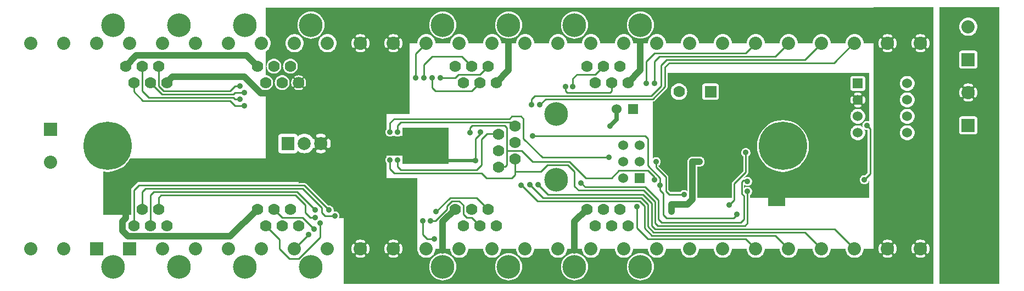
<source format=gbr>
G04 start of page 3 for group 1 idx 1 *
G04 Title: (unknown), solder *
G04 Creator: pcb 20140316 *
G04 CreationDate: Fri 09 Jan 2015 10:12:06 PM GMT UTC *
G04 For: ndholmes *
G04 Format: Gerber/RS-274X *
G04 PCB-Dimensions (mil): 6000.00 1700.00 *
G04 PCB-Coordinate-Origin: lower left *
%MOIN*%
%FSLAX25Y25*%
%LNBOTTOM*%
%ADD61C,0.0280*%
%ADD60C,0.0380*%
%ADD59C,0.0350*%
%ADD58C,0.0450*%
%ADD57C,0.1285*%
%ADD56C,0.1280*%
%ADD55C,0.0300*%
%ADD54C,0.0480*%
%ADD53C,0.0360*%
%ADD52C,0.0600*%
%ADD51C,0.0787*%
%ADD50C,0.2937*%
%ADD49C,0.1440*%
%ADD48C,0.0700*%
%ADD47C,0.0800*%
%ADD46C,0.0200*%
%ADD45C,0.0250*%
%ADD44C,0.0400*%
%ADD43C,0.0100*%
%ADD42C,0.0001*%
G54D42*G36*
X380487Y22500D02*X384983D01*
X385051Y21637D01*
X385253Y20795D01*
X385584Y19995D01*
X386037Y19257D01*
X386599Y18599D01*
X387257Y18037D01*
X387995Y17584D01*
X388795Y17253D01*
X389637Y17051D01*
X390500Y16983D01*
X391363Y17051D01*
X392205Y17253D01*
X393005Y17584D01*
X393743Y18037D01*
X394401Y18599D01*
X394963Y19257D01*
X395416Y19995D01*
X395747Y20795D01*
X395949Y21637D01*
X396000Y22500D01*
X404983D01*
X405051Y21637D01*
X405253Y20795D01*
X405584Y19995D01*
X406037Y19257D01*
X406599Y18599D01*
X407257Y18037D01*
X407995Y17584D01*
X408795Y17253D01*
X409637Y17051D01*
X410500Y16983D01*
X411363Y17051D01*
X412205Y17253D01*
X413005Y17584D01*
X413743Y18037D01*
X414401Y18599D01*
X414963Y19257D01*
X415416Y19995D01*
X415747Y20795D01*
X415949Y21637D01*
X416000Y22500D01*
X424983D01*
X425051Y21637D01*
X425253Y20795D01*
X425584Y19995D01*
X426037Y19257D01*
X426599Y18599D01*
X427257Y18037D01*
X427995Y17584D01*
X428795Y17253D01*
X429637Y17051D01*
X430500Y16983D01*
X431363Y17051D01*
X432205Y17253D01*
X433005Y17584D01*
X433743Y18037D01*
X434401Y18599D01*
X434963Y19257D01*
X435416Y19995D01*
X435747Y20795D01*
X435949Y21637D01*
X436000Y22500D01*
X444983D01*
X445051Y21637D01*
X445253Y20795D01*
X445584Y19995D01*
X446037Y19257D01*
X446599Y18599D01*
X447257Y18037D01*
X447995Y17584D01*
X448795Y17253D01*
X449637Y17051D01*
X450500Y16983D01*
X451363Y17051D01*
X452205Y17253D01*
X453005Y17584D01*
X453743Y18037D01*
X454401Y18599D01*
X454963Y19257D01*
X455416Y19995D01*
X455747Y20795D01*
X455949Y21637D01*
X456000Y22500D01*
X464983D01*
X465051Y21637D01*
X465253Y20795D01*
X465584Y19995D01*
X466037Y19257D01*
X466599Y18599D01*
X467257Y18037D01*
X467995Y17584D01*
X468795Y17253D01*
X469637Y17051D01*
X470500Y16983D01*
X471363Y17051D01*
X472205Y17253D01*
X473005Y17584D01*
X473743Y18037D01*
X474401Y18599D01*
X474963Y19257D01*
X475416Y19995D01*
X475747Y20795D01*
X475949Y21637D01*
X476000Y22500D01*
X484983D01*
X485051Y21637D01*
X485253Y20795D01*
X485584Y19995D01*
X486037Y19257D01*
X486599Y18599D01*
X487257Y18037D01*
X487995Y17584D01*
X488795Y17253D01*
X489637Y17051D01*
X490500Y16983D01*
X491363Y17051D01*
X492205Y17253D01*
X493005Y17584D01*
X493743Y18037D01*
X494401Y18599D01*
X494963Y19257D01*
X495416Y19995D01*
X495747Y20795D01*
X495949Y21637D01*
X496000Y22500D01*
X504983D01*
X505051Y21637D01*
X505253Y20795D01*
X505584Y19995D01*
X506037Y19257D01*
X506599Y18599D01*
X507257Y18037D01*
X507995Y17584D01*
X508795Y17253D01*
X509637Y17051D01*
X510500Y16983D01*
X511363Y17051D01*
X512205Y17253D01*
X513005Y17584D01*
X513743Y18037D01*
X514401Y18599D01*
X514963Y19257D01*
X515416Y19995D01*
X515747Y20795D01*
X515949Y21637D01*
X516000Y22500D01*
X524000D01*
Y1000D01*
X380487D01*
Y3276D01*
X380500Y3275D01*
X381787Y3376D01*
X383042Y3677D01*
X384234Y4171D01*
X385335Y4846D01*
X386316Y5684D01*
X387154Y6665D01*
X387829Y7766D01*
X388323Y8958D01*
X388624Y10213D01*
X388700Y11500D01*
X388624Y12787D01*
X388323Y14042D01*
X387829Y15234D01*
X387154Y16335D01*
X386316Y17316D01*
X385335Y18154D01*
X384234Y18829D01*
X383042Y19323D01*
X381787Y19624D01*
X380500Y19725D01*
X380487Y19724D01*
Y22500D01*
G37*
G36*
X340487D02*X344983D01*
X345051Y21637D01*
X345253Y20795D01*
X345584Y19995D01*
X346037Y19257D01*
X346599Y18599D01*
X347257Y18037D01*
X347995Y17584D01*
X348795Y17253D01*
X349637Y17051D01*
X350500Y16983D01*
X351363Y17051D01*
X352205Y17253D01*
X353005Y17584D01*
X353743Y18037D01*
X354401Y18599D01*
X354963Y19257D01*
X355416Y19995D01*
X355747Y20795D01*
X355949Y21637D01*
X356000Y22500D01*
X364983D01*
X365051Y21637D01*
X365253Y20795D01*
X365584Y19995D01*
X366037Y19257D01*
X366599Y18599D01*
X367257Y18037D01*
X367995Y17584D01*
X368795Y17253D01*
X369637Y17051D01*
X370500Y16983D01*
X371363Y17051D01*
X372205Y17253D01*
X373005Y17584D01*
X373743Y18037D01*
X374401Y18599D01*
X374963Y19257D01*
X375416Y19995D01*
X375747Y20795D01*
X375949Y21637D01*
X376000Y22500D01*
X380487D01*
Y19724D01*
X379213Y19624D01*
X377958Y19323D01*
X376766Y18829D01*
X375665Y18154D01*
X374684Y17316D01*
X373846Y16335D01*
X373171Y15234D01*
X372677Y14042D01*
X372376Y12787D01*
X372275Y11500D01*
X372376Y10213D01*
X372677Y8958D01*
X373171Y7766D01*
X373846Y6665D01*
X374684Y5684D01*
X375665Y4846D01*
X376766Y4171D01*
X377958Y3677D01*
X379213Y3376D01*
X380487Y3276D01*
Y1000D01*
X340487D01*
Y3276D01*
X340500Y3275D01*
X341787Y3376D01*
X343042Y3677D01*
X344234Y4171D01*
X345335Y4846D01*
X346316Y5684D01*
X347154Y6665D01*
X347829Y7766D01*
X348323Y8958D01*
X348624Y10213D01*
X348700Y11500D01*
X348624Y12787D01*
X348323Y14042D01*
X347829Y15234D01*
X347154Y16335D01*
X346316Y17316D01*
X345335Y18154D01*
X344234Y18829D01*
X343042Y19323D01*
X341787Y19624D01*
X340500Y19725D01*
X340487Y19724D01*
Y22500D01*
G37*
G36*
X300487D02*X304983D01*
X305051Y21637D01*
X305253Y20795D01*
X305584Y19995D01*
X306037Y19257D01*
X306599Y18599D01*
X307257Y18037D01*
X307995Y17584D01*
X308795Y17253D01*
X309637Y17051D01*
X310500Y16983D01*
X311363Y17051D01*
X312205Y17253D01*
X313005Y17584D01*
X313743Y18037D01*
X314401Y18599D01*
X314963Y19257D01*
X315416Y19995D01*
X315747Y20795D01*
X315949Y21637D01*
X316000Y22500D01*
X324983D01*
X325051Y21637D01*
X325253Y20795D01*
X325584Y19995D01*
X326037Y19257D01*
X326599Y18599D01*
X327257Y18037D01*
X327995Y17584D01*
X328795Y17253D01*
X329637Y17051D01*
X330500Y16983D01*
X331363Y17051D01*
X332205Y17253D01*
X333005Y17584D01*
X333743Y18037D01*
X334401Y18599D01*
X334963Y19257D01*
X335416Y19995D01*
X335747Y20795D01*
X335949Y21637D01*
X336000Y22500D01*
X340487D01*
Y19724D01*
X339213Y19624D01*
X337958Y19323D01*
X336766Y18829D01*
X335665Y18154D01*
X334684Y17316D01*
X333846Y16335D01*
X333171Y15234D01*
X332677Y14042D01*
X332376Y12787D01*
X332275Y11500D01*
X332376Y10213D01*
X332677Y8958D01*
X333171Y7766D01*
X333846Y6665D01*
X334684Y5684D01*
X335665Y4846D01*
X336766Y4171D01*
X337958Y3677D01*
X339213Y3376D01*
X340487Y3276D01*
Y1000D01*
X300487D01*
Y3276D01*
X300500Y3275D01*
X301787Y3376D01*
X303042Y3677D01*
X304234Y4171D01*
X305335Y4846D01*
X306316Y5684D01*
X307154Y6665D01*
X307829Y7766D01*
X308323Y8958D01*
X308624Y10213D01*
X308700Y11500D01*
X308624Y12787D01*
X308323Y14042D01*
X307829Y15234D01*
X307154Y16335D01*
X306316Y17316D01*
X305335Y18154D01*
X304234Y18829D01*
X303042Y19323D01*
X301787Y19624D01*
X300500Y19725D01*
X300487Y19724D01*
Y22500D01*
G37*
G36*
X260487D02*X264983D01*
X265051Y21637D01*
X265253Y20795D01*
X265584Y19995D01*
X266037Y19257D01*
X266599Y18599D01*
X267257Y18037D01*
X267995Y17584D01*
X268795Y17253D01*
X269637Y17051D01*
X270500Y16983D01*
X271363Y17051D01*
X272205Y17253D01*
X273005Y17584D01*
X273743Y18037D01*
X274401Y18599D01*
X274963Y19257D01*
X275416Y19995D01*
X275747Y20795D01*
X275949Y21637D01*
X276000Y22500D01*
X284983D01*
X285051Y21637D01*
X285253Y20795D01*
X285584Y19995D01*
X286037Y19257D01*
X286599Y18599D01*
X287257Y18037D01*
X287995Y17584D01*
X288795Y17253D01*
X289637Y17051D01*
X290500Y16983D01*
X291363Y17051D01*
X292205Y17253D01*
X293005Y17584D01*
X293743Y18037D01*
X294401Y18599D01*
X294963Y19257D01*
X295416Y19995D01*
X295747Y20795D01*
X295949Y21637D01*
X296000Y22500D01*
X300487D01*
Y19724D01*
X299213Y19624D01*
X297958Y19323D01*
X296766Y18829D01*
X295665Y18154D01*
X294684Y17316D01*
X293846Y16335D01*
X293171Y15234D01*
X292677Y14042D01*
X292376Y12787D01*
X292275Y11500D01*
X292376Y10213D01*
X292677Y8958D01*
X293171Y7766D01*
X293846Y6665D01*
X294684Y5684D01*
X295665Y4846D01*
X296766Y4171D01*
X297958Y3677D01*
X299213Y3376D01*
X300487Y3276D01*
Y1000D01*
X260487D01*
Y3276D01*
X260500Y3275D01*
X261787Y3376D01*
X263042Y3677D01*
X264234Y4171D01*
X265335Y4846D01*
X266316Y5684D01*
X267154Y6665D01*
X267829Y7766D01*
X268323Y8958D01*
X268624Y10213D01*
X268700Y11500D01*
X268624Y12787D01*
X268323Y14042D01*
X267829Y15234D01*
X267154Y16335D01*
X266316Y17316D01*
X265335Y18154D01*
X264234Y18829D01*
X263042Y19323D01*
X261787Y19624D01*
X260500Y19725D01*
X260487Y19724D01*
Y22500D01*
G37*
G36*
X230502D02*X234500D01*
X234482Y22125D01*
X234430Y21753D01*
X234342Y21388D01*
X234221Y21032D01*
X234067Y20690D01*
X234020Y20582D01*
X233993Y20467D01*
X233983Y20349D01*
X233993Y20232D01*
X234021Y20117D01*
X234066Y20008D01*
X234128Y19907D01*
X234205Y19818D01*
X234295Y19741D01*
X234395Y19680D01*
X234504Y19635D01*
X234619Y19607D01*
X234737Y19598D01*
X234855Y19608D01*
X234969Y19635D01*
X235078Y19681D01*
X235179Y19743D01*
X235269Y19819D01*
X235345Y19909D01*
X235405Y20011D01*
X235622Y20480D01*
X235789Y20969D01*
X235909Y21472D01*
X235982Y21984D01*
X236006Y22500D01*
X244983D01*
X245051Y21637D01*
X245253Y20795D01*
X245584Y19995D01*
X246037Y19257D01*
X246599Y18599D01*
X247257Y18037D01*
X247995Y17584D01*
X248795Y17253D01*
X249637Y17051D01*
X250500Y16983D01*
X251363Y17051D01*
X252205Y17253D01*
X253005Y17584D01*
X253743Y18037D01*
X254401Y18599D01*
X254963Y19257D01*
X255416Y19995D01*
X255747Y20795D01*
X255949Y21637D01*
X256000Y22500D01*
X260487D01*
Y19724D01*
X259213Y19624D01*
X257958Y19323D01*
X256766Y18829D01*
X255665Y18154D01*
X254684Y17316D01*
X253846Y16335D01*
X253171Y15234D01*
X252677Y14042D01*
X252376Y12787D01*
X252275Y11500D01*
X252376Y10213D01*
X252677Y8958D01*
X253171Y7766D01*
X253846Y6665D01*
X254684Y5684D01*
X255665Y4846D01*
X256766Y4171D01*
X257958Y3677D01*
X259213Y3376D01*
X260487Y3276D01*
Y1000D01*
X230502D01*
Y16994D01*
X231016Y17018D01*
X231528Y17091D01*
X232031Y17211D01*
X232520Y17378D01*
X232992Y17590D01*
X233093Y17651D01*
X233184Y17728D01*
X233261Y17818D01*
X233323Y17920D01*
X233369Y18029D01*
X233397Y18145D01*
X233406Y18263D01*
X233397Y18381D01*
X233370Y18497D01*
X233324Y18607D01*
X233262Y18708D01*
X233186Y18798D01*
X233095Y18876D01*
X232994Y18938D01*
X232885Y18984D01*
X232769Y19011D01*
X232651Y19021D01*
X232532Y19012D01*
X232417Y18984D01*
X232308Y18937D01*
X231968Y18779D01*
X231612Y18658D01*
X231247Y18570D01*
X230875Y18518D01*
X230502Y18500D01*
Y22500D01*
G37*
G36*
X210502D02*X214500D01*
X214482Y22125D01*
X214430Y21753D01*
X214342Y21388D01*
X214221Y21032D01*
X214067Y20690D01*
X214020Y20582D01*
X213993Y20467D01*
X213983Y20349D01*
X213993Y20232D01*
X214021Y20117D01*
X214066Y20008D01*
X214128Y19907D01*
X214205Y19818D01*
X214295Y19741D01*
X214395Y19680D01*
X214504Y19635D01*
X214619Y19607D01*
X214737Y19598D01*
X214855Y19608D01*
X214969Y19635D01*
X215078Y19681D01*
X215179Y19743D01*
X215269Y19819D01*
X215345Y19909D01*
X215405Y20011D01*
X215622Y20480D01*
X215789Y20969D01*
X215909Y21472D01*
X215982Y21984D01*
X216006Y22500D01*
X224994D01*
X225018Y21984D01*
X225091Y21472D01*
X225211Y20969D01*
X225378Y20480D01*
X225590Y20008D01*
X225651Y19907D01*
X225728Y19816D01*
X225818Y19739D01*
X225920Y19677D01*
X226029Y19631D01*
X226145Y19603D01*
X226263Y19594D01*
X226381Y19603D01*
X226497Y19630D01*
X226607Y19676D01*
X226708Y19738D01*
X226798Y19814D01*
X226876Y19905D01*
X226938Y20006D01*
X226984Y20115D01*
X227011Y20231D01*
X227021Y20349D01*
X227012Y20468D01*
X226984Y20583D01*
X226937Y20692D01*
X226779Y21032D01*
X226658Y21388D01*
X226570Y21753D01*
X226518Y22125D01*
X226500Y22500D01*
X230502D01*
Y18500D01*
X230500Y18500D01*
X230125Y18518D01*
X229753Y18570D01*
X229388Y18658D01*
X229032Y18779D01*
X228690Y18933D01*
X228582Y18980D01*
X228467Y19007D01*
X228349Y19017D01*
X228232Y19007D01*
X228117Y18979D01*
X228008Y18934D01*
X227907Y18872D01*
X227818Y18795D01*
X227741Y18705D01*
X227680Y18605D01*
X227635Y18496D01*
X227607Y18381D01*
X227598Y18263D01*
X227608Y18145D01*
X227635Y18031D01*
X227681Y17922D01*
X227743Y17821D01*
X227819Y17731D01*
X227909Y17655D01*
X228011Y17595D01*
X228480Y17378D01*
X228969Y17211D01*
X229472Y17091D01*
X229984Y17018D01*
X230500Y16994D01*
X230502Y16994D01*
Y1000D01*
X210502D01*
Y16994D01*
X211016Y17018D01*
X211528Y17091D01*
X212031Y17211D01*
X212520Y17378D01*
X212992Y17590D01*
X213093Y17651D01*
X213184Y17728D01*
X213261Y17818D01*
X213323Y17920D01*
X213369Y18029D01*
X213397Y18145D01*
X213406Y18263D01*
X213397Y18381D01*
X213370Y18497D01*
X213324Y18607D01*
X213262Y18708D01*
X213186Y18798D01*
X213095Y18876D01*
X212994Y18938D01*
X212885Y18984D01*
X212769Y19011D01*
X212651Y19021D01*
X212532Y19012D01*
X212417Y18984D01*
X212308Y18937D01*
X211968Y18779D01*
X211612Y18658D01*
X211247Y18570D01*
X210875Y18518D01*
X210502Y18500D01*
Y22500D01*
G37*
G36*
X200500D02*X204994D01*
X205018Y21984D01*
X205091Y21472D01*
X205211Y20969D01*
X205378Y20480D01*
X205590Y20008D01*
X205651Y19907D01*
X205728Y19816D01*
X205818Y19739D01*
X205920Y19677D01*
X206029Y19631D01*
X206145Y19603D01*
X206263Y19594D01*
X206381Y19603D01*
X206497Y19630D01*
X206607Y19676D01*
X206708Y19738D01*
X206798Y19814D01*
X206876Y19905D01*
X206938Y20006D01*
X206984Y20115D01*
X207011Y20231D01*
X207021Y20349D01*
X207012Y20468D01*
X206984Y20583D01*
X206937Y20692D01*
X206779Y21032D01*
X206658Y21388D01*
X206570Y21753D01*
X206518Y22125D01*
X206500Y22500D01*
X210502D01*
Y18500D01*
X210500Y18500D01*
X210125Y18518D01*
X209753Y18570D01*
X209388Y18658D01*
X209032Y18779D01*
X208690Y18933D01*
X208582Y18980D01*
X208467Y19007D01*
X208349Y19017D01*
X208232Y19007D01*
X208117Y18979D01*
X208008Y18934D01*
X207907Y18872D01*
X207818Y18795D01*
X207741Y18705D01*
X207680Y18605D01*
X207635Y18496D01*
X207607Y18381D01*
X207598Y18263D01*
X207608Y18145D01*
X207635Y18031D01*
X207681Y17922D01*
X207743Y17821D01*
X207819Y17731D01*
X207909Y17655D01*
X208011Y17595D01*
X208480Y17378D01*
X208969Y17211D01*
X209472Y17091D01*
X209984Y17018D01*
X210500Y16994D01*
X210502Y16994D01*
Y1000D01*
X200500D01*
Y22500D01*
G37*
G36*
X380487Y169000D02*X524000D01*
Y147500D01*
X516000D01*
X515949Y148363D01*
X515747Y149205D01*
X515416Y150005D01*
X514963Y150743D01*
X514401Y151401D01*
X513743Y151963D01*
X513005Y152416D01*
X512205Y152747D01*
X511363Y152949D01*
X510500Y153017D01*
X509637Y152949D01*
X508795Y152747D01*
X507995Y152416D01*
X507257Y151963D01*
X506599Y151401D01*
X506037Y150743D01*
X505584Y150005D01*
X505253Y149205D01*
X505051Y148363D01*
X504983Y147500D01*
X496000D01*
X495949Y148363D01*
X495747Y149205D01*
X495416Y150005D01*
X494963Y150743D01*
X494401Y151401D01*
X493743Y151963D01*
X493005Y152416D01*
X492205Y152747D01*
X491363Y152949D01*
X490500Y153017D01*
X489637Y152949D01*
X488795Y152747D01*
X487995Y152416D01*
X487257Y151963D01*
X486599Y151401D01*
X486037Y150743D01*
X485584Y150005D01*
X485253Y149205D01*
X485051Y148363D01*
X484983Y147500D01*
X476000D01*
X475949Y148363D01*
X475747Y149205D01*
X475416Y150005D01*
X474963Y150743D01*
X474401Y151401D01*
X473743Y151963D01*
X473005Y152416D01*
X472205Y152747D01*
X471363Y152949D01*
X470500Y153017D01*
X469637Y152949D01*
X468795Y152747D01*
X467995Y152416D01*
X467257Y151963D01*
X466599Y151401D01*
X466037Y150743D01*
X465584Y150005D01*
X465253Y149205D01*
X465051Y148363D01*
X464983Y147500D01*
X456000D01*
X455949Y148363D01*
X455747Y149205D01*
X455416Y150005D01*
X454963Y150743D01*
X454401Y151401D01*
X453743Y151963D01*
X453005Y152416D01*
X452205Y152747D01*
X451363Y152949D01*
X450500Y153017D01*
X449637Y152949D01*
X448795Y152747D01*
X447995Y152416D01*
X447257Y151963D01*
X446599Y151401D01*
X446037Y150743D01*
X445584Y150005D01*
X445253Y149205D01*
X445051Y148363D01*
X444983Y147500D01*
X436000D01*
X435949Y148363D01*
X435747Y149205D01*
X435416Y150005D01*
X434963Y150743D01*
X434401Y151401D01*
X433743Y151963D01*
X433005Y152416D01*
X432205Y152747D01*
X431363Y152949D01*
X430500Y153017D01*
X429637Y152949D01*
X428795Y152747D01*
X427995Y152416D01*
X427257Y151963D01*
X426599Y151401D01*
X426037Y150743D01*
X425584Y150005D01*
X425253Y149205D01*
X425051Y148363D01*
X424983Y147500D01*
X416000D01*
X415949Y148363D01*
X415747Y149205D01*
X415416Y150005D01*
X414963Y150743D01*
X414401Y151401D01*
X413743Y151963D01*
X413005Y152416D01*
X412205Y152747D01*
X411363Y152949D01*
X410500Y153017D01*
X409637Y152949D01*
X408795Y152747D01*
X407995Y152416D01*
X407257Y151963D01*
X406599Y151401D01*
X406037Y150743D01*
X405584Y150005D01*
X405253Y149205D01*
X405051Y148363D01*
X404983Y147500D01*
X396000D01*
X395949Y148363D01*
X395747Y149205D01*
X395416Y150005D01*
X394963Y150743D01*
X394401Y151401D01*
X393743Y151963D01*
X393005Y152416D01*
X392205Y152747D01*
X391363Y152949D01*
X390500Y153017D01*
X389637Y152949D01*
X388795Y152747D01*
X387995Y152416D01*
X387257Y151963D01*
X386599Y151401D01*
X386037Y150743D01*
X385584Y150005D01*
X385253Y149205D01*
X385051Y148363D01*
X384983Y147500D01*
X380487D01*
Y150276D01*
X380500Y150275D01*
X381787Y150376D01*
X383042Y150677D01*
X384234Y151171D01*
X385335Y151846D01*
X386316Y152684D01*
X387154Y153665D01*
X387829Y154766D01*
X388323Y155958D01*
X388624Y157213D01*
X388700Y158500D01*
X388624Y159787D01*
X388323Y161042D01*
X387829Y162234D01*
X387154Y163335D01*
X386316Y164316D01*
X385335Y165154D01*
X384234Y165829D01*
X383042Y166323D01*
X381787Y166624D01*
X380500Y166725D01*
X380487Y166724D01*
Y169000D01*
G37*
G36*
X340487D02*X380487D01*
Y166724D01*
X379213Y166624D01*
X377958Y166323D01*
X376766Y165829D01*
X375665Y165154D01*
X374684Y164316D01*
X373846Y163335D01*
X373171Y162234D01*
X372677Y161042D01*
X372376Y159787D01*
X372275Y158500D01*
X372376Y157213D01*
X372677Y155958D01*
X373171Y154766D01*
X373846Y153665D01*
X374684Y152684D01*
X375665Y151846D01*
X376766Y151171D01*
X377958Y150677D01*
X379213Y150376D01*
X380487Y150276D01*
Y147500D01*
X376000D01*
X375949Y148363D01*
X375747Y149205D01*
X375416Y150005D01*
X374963Y150743D01*
X374401Y151401D01*
X373743Y151963D01*
X373005Y152416D01*
X372205Y152747D01*
X371363Y152949D01*
X370500Y153017D01*
X369637Y152949D01*
X368795Y152747D01*
X367995Y152416D01*
X367257Y151963D01*
X366599Y151401D01*
X366037Y150743D01*
X365584Y150005D01*
X365253Y149205D01*
X365051Y148363D01*
X364983Y147500D01*
X356000D01*
X355949Y148363D01*
X355747Y149205D01*
X355416Y150005D01*
X354963Y150743D01*
X354401Y151401D01*
X353743Y151963D01*
X353005Y152416D01*
X352205Y152747D01*
X351363Y152949D01*
X350500Y153017D01*
X349637Y152949D01*
X348795Y152747D01*
X347995Y152416D01*
X347257Y151963D01*
X346599Y151401D01*
X346037Y150743D01*
X345584Y150005D01*
X345253Y149205D01*
X345051Y148363D01*
X344983Y147500D01*
X340487D01*
Y150276D01*
X340500Y150275D01*
X341787Y150376D01*
X343042Y150677D01*
X344234Y151171D01*
X345335Y151846D01*
X346316Y152684D01*
X347154Y153665D01*
X347829Y154766D01*
X348323Y155958D01*
X348624Y157213D01*
X348700Y158500D01*
X348624Y159787D01*
X348323Y161042D01*
X347829Y162234D01*
X347154Y163335D01*
X346316Y164316D01*
X345335Y165154D01*
X344234Y165829D01*
X343042Y166323D01*
X341787Y166624D01*
X340500Y166725D01*
X340487Y166724D01*
Y169000D01*
G37*
G36*
X300487D02*X340487D01*
Y166724D01*
X339213Y166624D01*
X337958Y166323D01*
X336766Y165829D01*
X335665Y165154D01*
X334684Y164316D01*
X333846Y163335D01*
X333171Y162234D01*
X332677Y161042D01*
X332376Y159787D01*
X332275Y158500D01*
X332376Y157213D01*
X332677Y155958D01*
X333171Y154766D01*
X333846Y153665D01*
X334684Y152684D01*
X335665Y151846D01*
X336766Y151171D01*
X337958Y150677D01*
X339213Y150376D01*
X340487Y150276D01*
Y147500D01*
X336000D01*
X335949Y148363D01*
X335747Y149205D01*
X335416Y150005D01*
X334963Y150743D01*
X334401Y151401D01*
X333743Y151963D01*
X333005Y152416D01*
X332205Y152747D01*
X331363Y152949D01*
X330500Y153017D01*
X329637Y152949D01*
X328795Y152747D01*
X327995Y152416D01*
X327257Y151963D01*
X326599Y151401D01*
X326037Y150743D01*
X325584Y150005D01*
X325253Y149205D01*
X325051Y148363D01*
X324983Y147500D01*
X316000D01*
X315949Y148363D01*
X315747Y149205D01*
X315416Y150005D01*
X314963Y150743D01*
X314401Y151401D01*
X313743Y151963D01*
X313005Y152416D01*
X312205Y152747D01*
X311363Y152949D01*
X310500Y153017D01*
X309637Y152949D01*
X308795Y152747D01*
X307995Y152416D01*
X307257Y151963D01*
X306599Y151401D01*
X306037Y150743D01*
X305584Y150005D01*
X305253Y149205D01*
X305051Y148363D01*
X304983Y147500D01*
X300487D01*
Y150276D01*
X300500Y150275D01*
X301787Y150376D01*
X303042Y150677D01*
X304234Y151171D01*
X305335Y151846D01*
X306316Y152684D01*
X307154Y153665D01*
X307829Y154766D01*
X308323Y155958D01*
X308624Y157213D01*
X308700Y158500D01*
X308624Y159787D01*
X308323Y161042D01*
X307829Y162234D01*
X307154Y163335D01*
X306316Y164316D01*
X305335Y165154D01*
X304234Y165829D01*
X303042Y166323D01*
X301787Y166624D01*
X300500Y166725D01*
X300487Y166724D01*
Y169000D01*
G37*
G36*
X260487D02*X300487D01*
Y166724D01*
X299213Y166624D01*
X297958Y166323D01*
X296766Y165829D01*
X295665Y165154D01*
X294684Y164316D01*
X293846Y163335D01*
X293171Y162234D01*
X292677Y161042D01*
X292376Y159787D01*
X292275Y158500D01*
X292376Y157213D01*
X292677Y155958D01*
X293171Y154766D01*
X293846Y153665D01*
X294684Y152684D01*
X295665Y151846D01*
X296766Y151171D01*
X297958Y150677D01*
X299213Y150376D01*
X300487Y150276D01*
Y147500D01*
X296000D01*
X295949Y148363D01*
X295747Y149205D01*
X295416Y150005D01*
X294963Y150743D01*
X294401Y151401D01*
X293743Y151963D01*
X293005Y152416D01*
X292205Y152747D01*
X291363Y152949D01*
X290500Y153017D01*
X289637Y152949D01*
X288795Y152747D01*
X287995Y152416D01*
X287257Y151963D01*
X286599Y151401D01*
X286037Y150743D01*
X285584Y150005D01*
X285253Y149205D01*
X285051Y148363D01*
X284983Y147500D01*
X276000D01*
X275949Y148363D01*
X275747Y149205D01*
X275416Y150005D01*
X274963Y150743D01*
X274401Y151401D01*
X273743Y151963D01*
X273005Y152416D01*
X272205Y152747D01*
X271363Y152949D01*
X270500Y153017D01*
X269637Y152949D01*
X268795Y152747D01*
X267995Y152416D01*
X267257Y151963D01*
X266599Y151401D01*
X266037Y150743D01*
X265584Y150005D01*
X265253Y149205D01*
X265051Y148363D01*
X264983Y147500D01*
X260487D01*
Y150276D01*
X260500Y150275D01*
X261787Y150376D01*
X263042Y150677D01*
X264234Y151171D01*
X265335Y151846D01*
X266316Y152684D01*
X267154Y153665D01*
X267829Y154766D01*
X268323Y155958D01*
X268624Y157213D01*
X268700Y158500D01*
X268624Y159787D01*
X268323Y161042D01*
X267829Y162234D01*
X267154Y163335D01*
X266316Y164316D01*
X265335Y165154D01*
X264234Y165829D01*
X263042Y166323D01*
X261787Y166624D01*
X260500Y166725D01*
X260487Y166724D01*
Y169000D01*
G37*
G36*
X230498D02*X260487D01*
Y166724D01*
X259213Y166624D01*
X257958Y166323D01*
X256766Y165829D01*
X255665Y165154D01*
X254684Y164316D01*
X253846Y163335D01*
X253171Y162234D01*
X252677Y161042D01*
X252376Y159787D01*
X252275Y158500D01*
X252376Y157213D01*
X252677Y155958D01*
X253171Y154766D01*
X253846Y153665D01*
X254684Y152684D01*
X255665Y151846D01*
X256766Y151171D01*
X257958Y150677D01*
X259213Y150376D01*
X260487Y150276D01*
Y147500D01*
X256000D01*
X255949Y148363D01*
X255747Y149205D01*
X255416Y150005D01*
X254963Y150743D01*
X254401Y151401D01*
X253743Y151963D01*
X253005Y152416D01*
X252205Y152747D01*
X251363Y152949D01*
X250500Y153017D01*
X249637Y152949D01*
X248795Y152747D01*
X247995Y152416D01*
X247257Y151963D01*
X246599Y151401D01*
X246037Y150743D01*
X245584Y150005D01*
X245253Y149205D01*
X245051Y148363D01*
X244983Y147500D01*
X236006D01*
X235982Y148016D01*
X235909Y148528D01*
X235789Y149031D01*
X235622Y149520D01*
X235410Y149992D01*
X235349Y150093D01*
X235272Y150184D01*
X235182Y150261D01*
X235080Y150323D01*
X234971Y150369D01*
X234855Y150397D01*
X234737Y150406D01*
X234619Y150397D01*
X234503Y150370D01*
X234393Y150324D01*
X234292Y150262D01*
X234202Y150186D01*
X234124Y150095D01*
X234062Y149994D01*
X234016Y149885D01*
X233989Y149769D01*
X233979Y149651D01*
X233988Y149532D01*
X234016Y149417D01*
X234063Y149308D01*
X234221Y148968D01*
X234342Y148612D01*
X234430Y148247D01*
X234482Y147875D01*
X234500Y147500D01*
X230498D01*
Y151500D01*
X230500Y151500D01*
X230875Y151482D01*
X231247Y151430D01*
X231612Y151342D01*
X231968Y151221D01*
X232310Y151067D01*
X232418Y151020D01*
X232533Y150993D01*
X232651Y150983D01*
X232768Y150993D01*
X232883Y151021D01*
X232992Y151066D01*
X233093Y151128D01*
X233182Y151205D01*
X233259Y151295D01*
X233320Y151395D01*
X233365Y151504D01*
X233393Y151619D01*
X233402Y151737D01*
X233392Y151855D01*
X233365Y151969D01*
X233319Y152078D01*
X233257Y152179D01*
X233181Y152269D01*
X233091Y152345D01*
X232989Y152405D01*
X232520Y152622D01*
X232031Y152789D01*
X231528Y152909D01*
X231016Y152982D01*
X230500Y153006D01*
X230498Y153006D01*
Y169000D01*
G37*
G36*
X210498D02*X230498D01*
Y153006D01*
X229984Y152982D01*
X229472Y152909D01*
X228969Y152789D01*
X228480Y152622D01*
X228008Y152410D01*
X227907Y152349D01*
X227816Y152272D01*
X227739Y152182D01*
X227677Y152080D01*
X227631Y151971D01*
X227603Y151855D01*
X227594Y151737D01*
X227603Y151619D01*
X227630Y151503D01*
X227676Y151393D01*
X227738Y151292D01*
X227814Y151202D01*
X227905Y151124D01*
X228006Y151062D01*
X228115Y151016D01*
X228231Y150989D01*
X228349Y150979D01*
X228468Y150988D01*
X228583Y151016D01*
X228692Y151063D01*
X229032Y151221D01*
X229388Y151342D01*
X229753Y151430D01*
X230125Y151482D01*
X230498Y151500D01*
Y147500D01*
X226500D01*
Y147500D01*
X226518Y147875D01*
X226570Y148247D01*
X226658Y148612D01*
X226779Y148968D01*
X226933Y149310D01*
X226980Y149418D01*
X227007Y149533D01*
X227017Y149651D01*
X227007Y149768D01*
X226979Y149883D01*
X226934Y149992D01*
X226872Y150093D01*
X226795Y150182D01*
X226705Y150259D01*
X226605Y150320D01*
X226496Y150365D01*
X226381Y150393D01*
X226263Y150402D01*
X226145Y150392D01*
X226031Y150365D01*
X225922Y150319D01*
X225821Y150257D01*
X225731Y150181D01*
X225655Y150091D01*
X225595Y149989D01*
X225378Y149520D01*
X225211Y149031D01*
X225091Y148528D01*
X225018Y148016D01*
X224994Y147500D01*
X216006D01*
X215982Y148016D01*
X215909Y148528D01*
X215789Y149031D01*
X215622Y149520D01*
X215410Y149992D01*
X215349Y150093D01*
X215272Y150184D01*
X215182Y150261D01*
X215080Y150323D01*
X214971Y150369D01*
X214855Y150397D01*
X214737Y150406D01*
X214619Y150397D01*
X214503Y150370D01*
X214393Y150324D01*
X214292Y150262D01*
X214202Y150186D01*
X214124Y150095D01*
X214062Y149994D01*
X214016Y149885D01*
X213989Y149769D01*
X213979Y149651D01*
X213988Y149532D01*
X214016Y149417D01*
X214063Y149308D01*
X214221Y148968D01*
X214342Y148612D01*
X214430Y148247D01*
X214482Y147875D01*
X214500Y147500D01*
X210498D01*
Y151500D01*
X210500Y151500D01*
X210875Y151482D01*
X211247Y151430D01*
X211612Y151342D01*
X211968Y151221D01*
X212310Y151067D01*
X212418Y151020D01*
X212533Y150993D01*
X212651Y150983D01*
X212768Y150993D01*
X212883Y151021D01*
X212992Y151066D01*
X213093Y151128D01*
X213182Y151205D01*
X213259Y151295D01*
X213320Y151395D01*
X213365Y151504D01*
X213393Y151619D01*
X213402Y151737D01*
X213392Y151855D01*
X213365Y151969D01*
X213319Y152078D01*
X213257Y152179D01*
X213181Y152269D01*
X213091Y152345D01*
X212989Y152405D01*
X212520Y152622D01*
X212031Y152789D01*
X211528Y152909D01*
X211016Y152982D01*
X210500Y153006D01*
X210498Y153006D01*
Y169000D01*
G37*
G36*
X200500D02*X210498D01*
Y153006D01*
X209984Y152982D01*
X209472Y152909D01*
X208969Y152789D01*
X208480Y152622D01*
X208008Y152410D01*
X207907Y152349D01*
X207816Y152272D01*
X207739Y152182D01*
X207677Y152080D01*
X207631Y151971D01*
X207603Y151855D01*
X207594Y151737D01*
X207603Y151619D01*
X207630Y151503D01*
X207676Y151393D01*
X207738Y151292D01*
X207814Y151202D01*
X207905Y151124D01*
X208006Y151062D01*
X208115Y151016D01*
X208231Y150989D01*
X208349Y150979D01*
X208468Y150988D01*
X208583Y151016D01*
X208692Y151063D01*
X209032Y151221D01*
X209388Y151342D01*
X209753Y151430D01*
X210125Y151482D01*
X210498Y151500D01*
Y147500D01*
X206500D01*
Y147500D01*
X206518Y147875D01*
X206570Y148247D01*
X206658Y148612D01*
X206779Y148968D01*
X206933Y149310D01*
X206980Y149418D01*
X207007Y149533D01*
X207017Y149651D01*
X207007Y149768D01*
X206979Y149883D01*
X206934Y149992D01*
X206872Y150093D01*
X206795Y150182D01*
X206705Y150259D01*
X206605Y150320D01*
X206496Y150365D01*
X206381Y150393D01*
X206263Y150402D01*
X206145Y150392D01*
X206031Y150365D01*
X205922Y150319D01*
X205821Y150257D01*
X205731Y150181D01*
X205655Y150091D01*
X205595Y149989D01*
X205378Y149520D01*
X205211Y149031D01*
X205091Y148528D01*
X205018Y148016D01*
X204994Y147500D01*
X200500D01*
Y169000D01*
G37*
G36*
X423106Y129500D02*X447000D01*
Y93000D01*
X423106D01*
Y113007D01*
X426841Y113014D01*
X427071Y113069D01*
X427289Y113159D01*
X427490Y113283D01*
X427670Y113436D01*
X427823Y113616D01*
X427947Y113817D01*
X428037Y114035D01*
X428092Y114265D01*
X428106Y114500D01*
X428092Y121735D01*
X428037Y121965D01*
X427947Y122183D01*
X427823Y122384D01*
X427670Y122564D01*
X427490Y122717D01*
X427289Y122841D01*
X427071Y122931D01*
X426841Y122986D01*
X426606Y123000D01*
X423106Y122993D01*
Y129500D01*
G37*
G36*
X403886D02*X423106D01*
Y122993D01*
X419371Y122986D01*
X419141Y122931D01*
X418923Y122841D01*
X418722Y122717D01*
X418542Y122564D01*
X418389Y122384D01*
X418265Y122183D01*
X418175Y121965D01*
X418120Y121735D01*
X418106Y121500D01*
X418120Y114265D01*
X418175Y114035D01*
X418265Y113817D01*
X418389Y113616D01*
X418542Y113436D01*
X418722Y113283D01*
X418923Y113159D01*
X419141Y113069D01*
X419371Y113014D01*
X419606Y113000D01*
X423106Y113007D01*
Y93000D01*
X403886D01*
Y112985D01*
X403894Y112985D01*
X404679Y113046D01*
X405444Y113230D01*
X406171Y113531D01*
X406842Y113942D01*
X407440Y114454D01*
X407952Y115052D01*
X408363Y115723D01*
X408664Y116450D01*
X408848Y117215D01*
X408894Y118000D01*
X408848Y118785D01*
X408664Y119550D01*
X408363Y120277D01*
X407952Y120948D01*
X407440Y121546D01*
X406842Y122058D01*
X406171Y122469D01*
X405444Y122770D01*
X404679Y122954D01*
X403894Y123015D01*
X403886Y123015D01*
Y129500D01*
G37*
G36*
X397000D02*X403886D01*
Y123015D01*
X403109Y122954D01*
X402344Y122770D01*
X401617Y122469D01*
X400946Y122058D01*
X400348Y121546D01*
X399836Y120948D01*
X399425Y120277D01*
X399124Y119550D01*
X398940Y118785D01*
X398879Y118000D01*
X398940Y117215D01*
X399124Y116450D01*
X399425Y115723D01*
X399836Y115052D01*
X400348Y114454D01*
X400946Y113942D01*
X401617Y113531D01*
X402344Y113230D01*
X403109Y113046D01*
X403886Y112985D01*
Y93000D01*
X388000D01*
Y111995D01*
X388235Y112014D01*
X388465Y112069D01*
X388683Y112159D01*
X388884Y112283D01*
X389061Y112439D01*
X396519Y119898D01*
X396564Y119936D01*
X396717Y120115D01*
X396717Y120116D01*
X396841Y120317D01*
X396931Y120535D01*
X396986Y120765D01*
X397005Y121000D01*
X397000Y121059D01*
Y129500D01*
G37*
G36*
X554993Y169500D02*X558500D01*
Y1000D01*
X554993D01*
Y19645D01*
X555078Y19681D01*
X555179Y19743D01*
X555269Y19819D01*
X555345Y19909D01*
X555405Y20011D01*
X555622Y20480D01*
X555789Y20969D01*
X555909Y21472D01*
X555982Y21984D01*
X556006Y22500D01*
X555982Y23016D01*
X555909Y23528D01*
X555789Y24031D01*
X555622Y24520D01*
X555410Y24992D01*
X555349Y25093D01*
X555272Y25184D01*
X555182Y25261D01*
X555080Y25323D01*
X554993Y25360D01*
Y144645D01*
X555078Y144681D01*
X555179Y144743D01*
X555269Y144819D01*
X555345Y144909D01*
X555405Y145011D01*
X555622Y145480D01*
X555789Y145969D01*
X555909Y146472D01*
X555982Y146984D01*
X556006Y147500D01*
X555982Y148016D01*
X555909Y148528D01*
X555789Y149031D01*
X555622Y149520D01*
X555410Y149992D01*
X555349Y150093D01*
X555272Y150184D01*
X555182Y150261D01*
X555080Y150323D01*
X554993Y150360D01*
Y169500D01*
G37*
G36*
X550502D02*X554993D01*
Y150360D01*
X554971Y150369D01*
X554855Y150397D01*
X554737Y150406D01*
X554619Y150397D01*
X554503Y150370D01*
X554393Y150324D01*
X554292Y150262D01*
X554202Y150186D01*
X554124Y150095D01*
X554062Y149994D01*
X554016Y149885D01*
X553989Y149769D01*
X553979Y149651D01*
X553988Y149532D01*
X554016Y149417D01*
X554063Y149308D01*
X554221Y148968D01*
X554342Y148612D01*
X554430Y148247D01*
X554482Y147875D01*
X554500Y147500D01*
X554482Y147125D01*
X554430Y146753D01*
X554342Y146388D01*
X554221Y146032D01*
X554067Y145690D01*
X554020Y145582D01*
X553993Y145467D01*
X553983Y145349D01*
X553993Y145232D01*
X554021Y145117D01*
X554066Y145008D01*
X554128Y144907D01*
X554205Y144818D01*
X554295Y144741D01*
X554395Y144680D01*
X554504Y144635D01*
X554619Y144607D01*
X554737Y144598D01*
X554855Y144608D01*
X554969Y144635D01*
X554993Y144645D01*
Y25360D01*
X554971Y25369D01*
X554855Y25397D01*
X554737Y25406D01*
X554619Y25397D01*
X554503Y25370D01*
X554393Y25324D01*
X554292Y25262D01*
X554202Y25186D01*
X554124Y25095D01*
X554062Y24994D01*
X554016Y24885D01*
X553989Y24769D01*
X553979Y24651D01*
X553988Y24532D01*
X554016Y24417D01*
X554063Y24308D01*
X554221Y23968D01*
X554342Y23612D01*
X554430Y23247D01*
X554482Y22875D01*
X554500Y22500D01*
X554482Y22125D01*
X554430Y21753D01*
X554342Y21388D01*
X554221Y21032D01*
X554067Y20690D01*
X554020Y20582D01*
X553993Y20467D01*
X553983Y20349D01*
X553993Y20232D01*
X554021Y20117D01*
X554066Y20008D01*
X554128Y19907D01*
X554205Y19818D01*
X554295Y19741D01*
X554395Y19680D01*
X554504Y19635D01*
X554619Y19607D01*
X554737Y19598D01*
X554855Y19608D01*
X554969Y19635D01*
X554993Y19645D01*
Y1000D01*
X550502D01*
Y16994D01*
X551016Y17018D01*
X551528Y17091D01*
X552031Y17211D01*
X552520Y17378D01*
X552992Y17590D01*
X553093Y17651D01*
X553184Y17728D01*
X553261Y17818D01*
X553323Y17920D01*
X553369Y18029D01*
X553397Y18145D01*
X553406Y18263D01*
X553397Y18381D01*
X553370Y18497D01*
X553324Y18607D01*
X553262Y18708D01*
X553186Y18798D01*
X553095Y18876D01*
X552994Y18938D01*
X552885Y18984D01*
X552769Y19011D01*
X552651Y19021D01*
X552532Y19012D01*
X552417Y18984D01*
X552308Y18937D01*
X551968Y18779D01*
X551612Y18658D01*
X551247Y18570D01*
X550875Y18518D01*
X550502Y18500D01*
Y26500D01*
X550875Y26482D01*
X551247Y26430D01*
X551612Y26342D01*
X551968Y26221D01*
X552310Y26067D01*
X552418Y26020D01*
X552533Y25993D01*
X552651Y25983D01*
X552768Y25993D01*
X552883Y26021D01*
X552992Y26066D01*
X553093Y26128D01*
X553182Y26205D01*
X553259Y26295D01*
X553320Y26395D01*
X553365Y26504D01*
X553393Y26619D01*
X553402Y26737D01*
X553392Y26855D01*
X553365Y26969D01*
X553319Y27078D01*
X553257Y27179D01*
X553181Y27269D01*
X553091Y27345D01*
X552989Y27405D01*
X552520Y27622D01*
X552031Y27789D01*
X551528Y27909D01*
X551016Y27982D01*
X550502Y28006D01*
Y141994D01*
X551016Y142018D01*
X551528Y142091D01*
X552031Y142211D01*
X552520Y142378D01*
X552992Y142590D01*
X553093Y142651D01*
X553184Y142728D01*
X553261Y142818D01*
X553323Y142920D01*
X553369Y143029D01*
X553397Y143145D01*
X553406Y143263D01*
X553397Y143381D01*
X553370Y143497D01*
X553324Y143607D01*
X553262Y143708D01*
X553186Y143798D01*
X553095Y143876D01*
X552994Y143938D01*
X552885Y143984D01*
X552769Y144011D01*
X552651Y144021D01*
X552532Y144012D01*
X552417Y143984D01*
X552308Y143937D01*
X551968Y143779D01*
X551612Y143658D01*
X551247Y143570D01*
X550875Y143518D01*
X550502Y143500D01*
Y151500D01*
X550875Y151482D01*
X551247Y151430D01*
X551612Y151342D01*
X551968Y151221D01*
X552310Y151067D01*
X552418Y151020D01*
X552533Y150993D01*
X552651Y150983D01*
X552768Y150993D01*
X552883Y151021D01*
X552992Y151066D01*
X553093Y151128D01*
X553182Y151205D01*
X553259Y151295D01*
X553320Y151395D01*
X553365Y151504D01*
X553393Y151619D01*
X553402Y151737D01*
X553392Y151855D01*
X553365Y151969D01*
X553319Y152078D01*
X553257Y152179D01*
X553181Y152269D01*
X553091Y152345D01*
X552989Y152405D01*
X552520Y152622D01*
X552031Y152789D01*
X551528Y152909D01*
X551016Y152982D01*
X550502Y153006D01*
Y169500D01*
G37*
G36*
X546007D02*X550502D01*
Y153006D01*
X550500Y153006D01*
X549984Y152982D01*
X549472Y152909D01*
X548969Y152789D01*
X548480Y152622D01*
X548008Y152410D01*
X547907Y152349D01*
X547816Y152272D01*
X547739Y152182D01*
X547677Y152080D01*
X547631Y151971D01*
X547603Y151855D01*
X547594Y151737D01*
X547603Y151619D01*
X547630Y151503D01*
X547676Y151393D01*
X547738Y151292D01*
X547814Y151202D01*
X547905Y151124D01*
X548006Y151062D01*
X548115Y151016D01*
X548231Y150989D01*
X548349Y150979D01*
X548468Y150988D01*
X548583Y151016D01*
X548692Y151063D01*
X549032Y151221D01*
X549388Y151342D01*
X549753Y151430D01*
X550125Y151482D01*
X550500Y151500D01*
X550502Y151500D01*
Y143500D01*
X550500Y143500D01*
X550125Y143518D01*
X549753Y143570D01*
X549388Y143658D01*
X549032Y143779D01*
X548690Y143933D01*
X548582Y143980D01*
X548467Y144007D01*
X548349Y144017D01*
X548232Y144007D01*
X548117Y143979D01*
X548008Y143934D01*
X547907Y143872D01*
X547818Y143795D01*
X547741Y143705D01*
X547680Y143605D01*
X547635Y143496D01*
X547607Y143381D01*
X547598Y143263D01*
X547608Y143145D01*
X547635Y143031D01*
X547681Y142922D01*
X547743Y142821D01*
X547819Y142731D01*
X547909Y142655D01*
X548011Y142595D01*
X548480Y142378D01*
X548969Y142211D01*
X549472Y142091D01*
X549984Y142018D01*
X550500Y141994D01*
X550502Y141994D01*
Y28006D01*
X550500Y28006D01*
X549984Y27982D01*
X549472Y27909D01*
X548969Y27789D01*
X548480Y27622D01*
X548008Y27410D01*
X547907Y27349D01*
X547816Y27272D01*
X547739Y27182D01*
X547677Y27080D01*
X547631Y26971D01*
X547603Y26855D01*
X547594Y26737D01*
X547603Y26619D01*
X547630Y26503D01*
X547676Y26393D01*
X547738Y26292D01*
X547814Y26202D01*
X547905Y26124D01*
X548006Y26062D01*
X548115Y26016D01*
X548231Y25989D01*
X548349Y25979D01*
X548468Y25988D01*
X548583Y26016D01*
X548692Y26063D01*
X549032Y26221D01*
X549388Y26342D01*
X549753Y26430D01*
X550125Y26482D01*
X550500Y26500D01*
X550502Y26500D01*
Y18500D01*
X550500Y18500D01*
X550125Y18518D01*
X549753Y18570D01*
X549388Y18658D01*
X549032Y18779D01*
X548690Y18933D01*
X548582Y18980D01*
X548467Y19007D01*
X548349Y19017D01*
X548232Y19007D01*
X548117Y18979D01*
X548008Y18934D01*
X547907Y18872D01*
X547818Y18795D01*
X547741Y18705D01*
X547680Y18605D01*
X547635Y18496D01*
X547607Y18381D01*
X547598Y18263D01*
X547608Y18145D01*
X547635Y18031D01*
X547681Y17922D01*
X547743Y17821D01*
X547819Y17731D01*
X547909Y17655D01*
X548011Y17595D01*
X548480Y17378D01*
X548969Y17211D01*
X549472Y17091D01*
X549984Y17018D01*
X550500Y16994D01*
X550502Y16994D01*
Y1000D01*
X546007D01*
Y19640D01*
X546029Y19631D01*
X546145Y19603D01*
X546263Y19594D01*
X546381Y19603D01*
X546497Y19630D01*
X546607Y19676D01*
X546708Y19738D01*
X546798Y19814D01*
X546876Y19905D01*
X546938Y20006D01*
X546984Y20115D01*
X547011Y20231D01*
X547021Y20349D01*
X547012Y20468D01*
X546984Y20583D01*
X546937Y20692D01*
X546779Y21032D01*
X546658Y21388D01*
X546570Y21753D01*
X546518Y22125D01*
X546500Y22500D01*
X546518Y22875D01*
X546570Y23247D01*
X546658Y23612D01*
X546779Y23968D01*
X546933Y24310D01*
X546980Y24418D01*
X547007Y24533D01*
X547017Y24651D01*
X547007Y24768D01*
X546979Y24883D01*
X546934Y24992D01*
X546872Y25093D01*
X546795Y25182D01*
X546705Y25259D01*
X546605Y25320D01*
X546496Y25365D01*
X546381Y25393D01*
X546263Y25402D01*
X546145Y25392D01*
X546031Y25365D01*
X546007Y25355D01*
Y90178D01*
X546152Y90347D01*
X546522Y90951D01*
X546793Y91605D01*
X546958Y92294D01*
X547000Y93000D01*
X546958Y93706D01*
X546793Y94395D01*
X546522Y95049D01*
X546152Y95653D01*
X546007Y95822D01*
Y100178D01*
X546152Y100347D01*
X546522Y100951D01*
X546793Y101605D01*
X546958Y102294D01*
X547000Y103000D01*
X546958Y103706D01*
X546793Y104395D01*
X546522Y105049D01*
X546152Y105653D01*
X546007Y105822D01*
Y110178D01*
X546152Y110347D01*
X546522Y110951D01*
X546793Y111605D01*
X546958Y112294D01*
X547000Y113000D01*
X546958Y113706D01*
X546793Y114395D01*
X546522Y115049D01*
X546152Y115653D01*
X546007Y115822D01*
Y120178D01*
X546152Y120347D01*
X546522Y120951D01*
X546793Y121605D01*
X546958Y122294D01*
X547000Y123000D01*
X546958Y123706D01*
X546793Y124395D01*
X546522Y125049D01*
X546152Y125653D01*
X546007Y125822D01*
Y144640D01*
X546029Y144631D01*
X546145Y144603D01*
X546263Y144594D01*
X546381Y144603D01*
X546497Y144630D01*
X546607Y144676D01*
X546708Y144738D01*
X546798Y144814D01*
X546876Y144905D01*
X546938Y145006D01*
X546984Y145115D01*
X547011Y145231D01*
X547021Y145349D01*
X547012Y145468D01*
X546984Y145583D01*
X546937Y145692D01*
X546779Y146032D01*
X546658Y146388D01*
X546570Y146753D01*
X546518Y147125D01*
X546500Y147500D01*
X546518Y147875D01*
X546570Y148247D01*
X546658Y148612D01*
X546779Y148968D01*
X546933Y149310D01*
X546980Y149418D01*
X547007Y149533D01*
X547017Y149651D01*
X547007Y149768D01*
X546979Y149883D01*
X546934Y149992D01*
X546872Y150093D01*
X546795Y150182D01*
X546705Y150259D01*
X546605Y150320D01*
X546496Y150365D01*
X546381Y150393D01*
X546263Y150402D01*
X546145Y150392D01*
X546031Y150365D01*
X546007Y150355D01*
Y169500D01*
G37*
G36*
X534993D02*X546007D01*
Y150355D01*
X545922Y150319D01*
X545821Y150257D01*
X545731Y150181D01*
X545655Y150091D01*
X545595Y149989D01*
X545378Y149520D01*
X545211Y149031D01*
X545091Y148528D01*
X545018Y148016D01*
X544994Y147500D01*
X545018Y146984D01*
X545091Y146472D01*
X545211Y145969D01*
X545378Y145480D01*
X545590Y145008D01*
X545651Y144907D01*
X545728Y144816D01*
X545818Y144739D01*
X545920Y144677D01*
X546007Y144640D01*
Y125822D01*
X545692Y126192D01*
X545153Y126652D01*
X544549Y127022D01*
X543895Y127293D01*
X543206Y127458D01*
X542500Y127514D01*
X541794Y127458D01*
X541105Y127293D01*
X540451Y127022D01*
X539847Y126652D01*
X539308Y126192D01*
X538848Y125653D01*
X538478Y125049D01*
X538207Y124395D01*
X538042Y123706D01*
X537986Y123000D01*
X538042Y122294D01*
X538207Y121605D01*
X538478Y120951D01*
X538848Y120347D01*
X539308Y119808D01*
X539847Y119348D01*
X540451Y118978D01*
X541105Y118707D01*
X541794Y118542D01*
X542500Y118486D01*
X543206Y118542D01*
X543895Y118707D01*
X544549Y118978D01*
X545153Y119348D01*
X545692Y119808D01*
X546007Y120178D01*
Y115822D01*
X545692Y116192D01*
X545153Y116652D01*
X544549Y117022D01*
X543895Y117293D01*
X543206Y117458D01*
X542500Y117514D01*
X541794Y117458D01*
X541105Y117293D01*
X540451Y117022D01*
X539847Y116652D01*
X539308Y116192D01*
X538848Y115653D01*
X538478Y115049D01*
X538207Y114395D01*
X538042Y113706D01*
X537986Y113000D01*
X538042Y112294D01*
X538207Y111605D01*
X538478Y110951D01*
X538848Y110347D01*
X539308Y109808D01*
X539847Y109348D01*
X540451Y108978D01*
X541105Y108707D01*
X541794Y108542D01*
X542500Y108486D01*
X543206Y108542D01*
X543895Y108707D01*
X544549Y108978D01*
X545153Y109348D01*
X545692Y109808D01*
X546007Y110178D01*
Y105822D01*
X545692Y106192D01*
X545153Y106652D01*
X544549Y107022D01*
X543895Y107293D01*
X543206Y107458D01*
X542500Y107514D01*
X541794Y107458D01*
X541105Y107293D01*
X540451Y107022D01*
X539847Y106652D01*
X539308Y106192D01*
X538848Y105653D01*
X538478Y105049D01*
X538207Y104395D01*
X538042Y103706D01*
X537986Y103000D01*
X538042Y102294D01*
X538207Y101605D01*
X538478Y100951D01*
X538848Y100347D01*
X539308Y99808D01*
X539847Y99348D01*
X540451Y98978D01*
X541105Y98707D01*
X541794Y98542D01*
X542500Y98486D01*
X543206Y98542D01*
X543895Y98707D01*
X544549Y98978D01*
X545153Y99348D01*
X545692Y99808D01*
X546007Y100178D01*
Y95822D01*
X545692Y96192D01*
X545153Y96652D01*
X544549Y97022D01*
X543895Y97293D01*
X543206Y97458D01*
X542500Y97514D01*
X541794Y97458D01*
X541105Y97293D01*
X540451Y97022D01*
X539847Y96652D01*
X539308Y96192D01*
X538848Y95653D01*
X538478Y95049D01*
X538207Y94395D01*
X538042Y93706D01*
X537986Y93000D01*
X538042Y92294D01*
X538207Y91605D01*
X538478Y90951D01*
X538848Y90347D01*
X539308Y89808D01*
X539847Y89348D01*
X540451Y88978D01*
X541105Y88707D01*
X541794Y88542D01*
X542500Y88486D01*
X543206Y88542D01*
X543895Y88707D01*
X544549Y88978D01*
X545153Y89348D01*
X545692Y89808D01*
X546007Y90178D01*
Y25355D01*
X545922Y25319D01*
X545821Y25257D01*
X545731Y25181D01*
X545655Y25091D01*
X545595Y24989D01*
X545378Y24520D01*
X545211Y24031D01*
X545091Y23528D01*
X545018Y23016D01*
X544994Y22500D01*
X545018Y21984D01*
X545091Y21472D01*
X545211Y20969D01*
X545378Y20480D01*
X545590Y20008D01*
X545651Y19907D01*
X545728Y19816D01*
X545818Y19739D01*
X545920Y19677D01*
X546007Y19640D01*
Y1000D01*
X534993D01*
Y19645D01*
X535078Y19681D01*
X535179Y19743D01*
X535269Y19819D01*
X535345Y19909D01*
X535405Y20011D01*
X535622Y20480D01*
X535789Y20969D01*
X535909Y21472D01*
X535982Y21984D01*
X536006Y22500D01*
X535982Y23016D01*
X535909Y23528D01*
X535789Y24031D01*
X535622Y24520D01*
X535410Y24992D01*
X535349Y25093D01*
X535272Y25184D01*
X535182Y25261D01*
X535080Y25323D01*
X534993Y25360D01*
Y144645D01*
X535078Y144681D01*
X535179Y144743D01*
X535269Y144819D01*
X535345Y144909D01*
X535405Y145011D01*
X535622Y145480D01*
X535789Y145969D01*
X535909Y146472D01*
X535982Y146984D01*
X536006Y147500D01*
X535982Y148016D01*
X535909Y148528D01*
X535789Y149031D01*
X535622Y149520D01*
X535410Y149992D01*
X535349Y150093D01*
X535272Y150184D01*
X535182Y150261D01*
X535080Y150323D01*
X534993Y150360D01*
Y169500D01*
G37*
G36*
X530502D02*X534993D01*
Y150360D01*
X534971Y150369D01*
X534855Y150397D01*
X534737Y150406D01*
X534619Y150397D01*
X534503Y150370D01*
X534393Y150324D01*
X534292Y150262D01*
X534202Y150186D01*
X534124Y150095D01*
X534062Y149994D01*
X534016Y149885D01*
X533989Y149769D01*
X533979Y149651D01*
X533988Y149532D01*
X534016Y149417D01*
X534063Y149308D01*
X534221Y148968D01*
X534342Y148612D01*
X534430Y148247D01*
X534482Y147875D01*
X534500Y147500D01*
X534482Y147125D01*
X534430Y146753D01*
X534342Y146388D01*
X534221Y146032D01*
X534067Y145690D01*
X534020Y145582D01*
X533993Y145467D01*
X533983Y145349D01*
X533993Y145232D01*
X534021Y145117D01*
X534066Y145008D01*
X534128Y144907D01*
X534205Y144818D01*
X534295Y144741D01*
X534395Y144680D01*
X534504Y144635D01*
X534619Y144607D01*
X534737Y144598D01*
X534855Y144608D01*
X534969Y144635D01*
X534993Y144645D01*
Y25360D01*
X534971Y25369D01*
X534855Y25397D01*
X534737Y25406D01*
X534619Y25397D01*
X534503Y25370D01*
X534393Y25324D01*
X534292Y25262D01*
X534202Y25186D01*
X534124Y25095D01*
X534062Y24994D01*
X534016Y24885D01*
X533989Y24769D01*
X533979Y24651D01*
X533988Y24532D01*
X534016Y24417D01*
X534063Y24308D01*
X534221Y23968D01*
X534342Y23612D01*
X534430Y23247D01*
X534482Y22875D01*
X534500Y22500D01*
X534482Y22125D01*
X534430Y21753D01*
X534342Y21388D01*
X534221Y21032D01*
X534067Y20690D01*
X534020Y20582D01*
X533993Y20467D01*
X533983Y20349D01*
X533993Y20232D01*
X534021Y20117D01*
X534066Y20008D01*
X534128Y19907D01*
X534205Y19818D01*
X534295Y19741D01*
X534395Y19680D01*
X534504Y19635D01*
X534619Y19607D01*
X534737Y19598D01*
X534855Y19608D01*
X534969Y19635D01*
X534993Y19645D01*
Y1000D01*
X530502D01*
Y16994D01*
X531016Y17018D01*
X531528Y17091D01*
X532031Y17211D01*
X532520Y17378D01*
X532992Y17590D01*
X533093Y17651D01*
X533184Y17728D01*
X533261Y17818D01*
X533323Y17920D01*
X533369Y18029D01*
X533397Y18145D01*
X533406Y18263D01*
X533397Y18381D01*
X533370Y18497D01*
X533324Y18607D01*
X533262Y18708D01*
X533186Y18798D01*
X533095Y18876D01*
X532994Y18938D01*
X532885Y18984D01*
X532769Y19011D01*
X532651Y19021D01*
X532532Y19012D01*
X532417Y18984D01*
X532308Y18937D01*
X531968Y18779D01*
X531612Y18658D01*
X531247Y18570D01*
X530875Y18518D01*
X530502Y18500D01*
Y26500D01*
X530875Y26482D01*
X531247Y26430D01*
X531612Y26342D01*
X531968Y26221D01*
X532310Y26067D01*
X532418Y26020D01*
X532533Y25993D01*
X532651Y25983D01*
X532768Y25993D01*
X532883Y26021D01*
X532992Y26066D01*
X533093Y26128D01*
X533182Y26205D01*
X533259Y26295D01*
X533320Y26395D01*
X533365Y26504D01*
X533393Y26619D01*
X533402Y26737D01*
X533392Y26855D01*
X533365Y26969D01*
X533319Y27078D01*
X533257Y27179D01*
X533181Y27269D01*
X533091Y27345D01*
X532989Y27405D01*
X532520Y27622D01*
X532031Y27789D01*
X531528Y27909D01*
X531016Y27982D01*
X530502Y28006D01*
Y141994D01*
X531016Y142018D01*
X531528Y142091D01*
X532031Y142211D01*
X532520Y142378D01*
X532992Y142590D01*
X533093Y142651D01*
X533184Y142728D01*
X533261Y142818D01*
X533323Y142920D01*
X533369Y143029D01*
X533397Y143145D01*
X533406Y143263D01*
X533397Y143381D01*
X533370Y143497D01*
X533324Y143607D01*
X533262Y143708D01*
X533186Y143798D01*
X533095Y143876D01*
X532994Y143938D01*
X532885Y143984D01*
X532769Y144011D01*
X532651Y144021D01*
X532532Y144012D01*
X532417Y143984D01*
X532308Y143937D01*
X531968Y143779D01*
X531612Y143658D01*
X531247Y143570D01*
X530875Y143518D01*
X530502Y143500D01*
Y151500D01*
X530875Y151482D01*
X531247Y151430D01*
X531612Y151342D01*
X531968Y151221D01*
X532310Y151067D01*
X532418Y151020D01*
X532533Y150993D01*
X532651Y150983D01*
X532768Y150993D01*
X532883Y151021D01*
X532992Y151066D01*
X533093Y151128D01*
X533182Y151205D01*
X533259Y151295D01*
X533320Y151395D01*
X533365Y151504D01*
X533393Y151619D01*
X533402Y151737D01*
X533392Y151855D01*
X533365Y151969D01*
X533319Y152078D01*
X533257Y152179D01*
X533181Y152269D01*
X533091Y152345D01*
X532989Y152405D01*
X532520Y152622D01*
X532031Y152789D01*
X531528Y152909D01*
X531016Y152982D01*
X530502Y153006D01*
Y169500D01*
G37*
G36*
X526007D02*X530502D01*
Y153006D01*
X530500Y153006D01*
X529984Y152982D01*
X529472Y152909D01*
X528969Y152789D01*
X528480Y152622D01*
X528008Y152410D01*
X527907Y152349D01*
X527816Y152272D01*
X527739Y152182D01*
X527677Y152080D01*
X527631Y151971D01*
X527603Y151855D01*
X527594Y151737D01*
X527603Y151619D01*
X527630Y151503D01*
X527676Y151393D01*
X527738Y151292D01*
X527814Y151202D01*
X527905Y151124D01*
X528006Y151062D01*
X528115Y151016D01*
X528231Y150989D01*
X528349Y150979D01*
X528468Y150988D01*
X528583Y151016D01*
X528692Y151063D01*
X529032Y151221D01*
X529388Y151342D01*
X529753Y151430D01*
X530125Y151482D01*
X530500Y151500D01*
X530502Y151500D01*
Y143500D01*
X530500Y143500D01*
X530125Y143518D01*
X529753Y143570D01*
X529388Y143658D01*
X529032Y143779D01*
X528690Y143933D01*
X528582Y143980D01*
X528467Y144007D01*
X528349Y144017D01*
X528232Y144007D01*
X528117Y143979D01*
X528008Y143934D01*
X527907Y143872D01*
X527818Y143795D01*
X527741Y143705D01*
X527680Y143605D01*
X527635Y143496D01*
X527607Y143381D01*
X527598Y143263D01*
X527608Y143145D01*
X527635Y143031D01*
X527681Y142922D01*
X527743Y142821D01*
X527819Y142731D01*
X527909Y142655D01*
X528011Y142595D01*
X528480Y142378D01*
X528969Y142211D01*
X529472Y142091D01*
X529984Y142018D01*
X530500Y141994D01*
X530502Y141994D01*
Y28006D01*
X530500Y28006D01*
X529984Y27982D01*
X529472Y27909D01*
X528969Y27789D01*
X528480Y27622D01*
X528008Y27410D01*
X527907Y27349D01*
X527816Y27272D01*
X527739Y27182D01*
X527677Y27080D01*
X527631Y26971D01*
X527603Y26855D01*
X527594Y26737D01*
X527603Y26619D01*
X527630Y26503D01*
X527676Y26393D01*
X527738Y26292D01*
X527814Y26202D01*
X527905Y26124D01*
X528006Y26062D01*
X528115Y26016D01*
X528231Y25989D01*
X528349Y25979D01*
X528468Y25988D01*
X528583Y26016D01*
X528692Y26063D01*
X529032Y26221D01*
X529388Y26342D01*
X529753Y26430D01*
X530125Y26482D01*
X530500Y26500D01*
X530502Y26500D01*
Y18500D01*
X530500Y18500D01*
X530125Y18518D01*
X529753Y18570D01*
X529388Y18658D01*
X529032Y18779D01*
X528690Y18933D01*
X528582Y18980D01*
X528467Y19007D01*
X528349Y19017D01*
X528232Y19007D01*
X528117Y18979D01*
X528008Y18934D01*
X527907Y18872D01*
X527818Y18795D01*
X527741Y18705D01*
X527680Y18605D01*
X527635Y18496D01*
X527607Y18381D01*
X527598Y18263D01*
X527608Y18145D01*
X527635Y18031D01*
X527681Y17922D01*
X527743Y17821D01*
X527819Y17731D01*
X527909Y17655D01*
X528011Y17595D01*
X528480Y17378D01*
X528969Y17211D01*
X529472Y17091D01*
X529984Y17018D01*
X530500Y16994D01*
X530502Y16994D01*
Y1000D01*
X526007D01*
Y19640D01*
X526029Y19631D01*
X526145Y19603D01*
X526263Y19594D01*
X526381Y19603D01*
X526497Y19630D01*
X526607Y19676D01*
X526708Y19738D01*
X526798Y19814D01*
X526876Y19905D01*
X526938Y20006D01*
X526984Y20115D01*
X527011Y20231D01*
X527021Y20349D01*
X527012Y20468D01*
X526984Y20583D01*
X526937Y20692D01*
X526779Y21032D01*
X526658Y21388D01*
X526570Y21753D01*
X526518Y22125D01*
X526500Y22500D01*
X526518Y22875D01*
X526570Y23247D01*
X526658Y23612D01*
X526779Y23968D01*
X526933Y24310D01*
X526980Y24418D01*
X527007Y24533D01*
X527017Y24651D01*
X527007Y24768D01*
X526979Y24883D01*
X526934Y24992D01*
X526872Y25093D01*
X526795Y25182D01*
X526705Y25259D01*
X526605Y25320D01*
X526496Y25365D01*
X526381Y25393D01*
X526263Y25402D01*
X526145Y25392D01*
X526031Y25365D01*
X526007Y25355D01*
Y144640D01*
X526029Y144631D01*
X526145Y144603D01*
X526263Y144594D01*
X526381Y144603D01*
X526497Y144630D01*
X526607Y144676D01*
X526708Y144738D01*
X526798Y144814D01*
X526876Y144905D01*
X526938Y145006D01*
X526984Y145115D01*
X527011Y145231D01*
X527021Y145349D01*
X527012Y145468D01*
X526984Y145583D01*
X526937Y145692D01*
X526779Y146032D01*
X526658Y146388D01*
X526570Y146753D01*
X526518Y147125D01*
X526500Y147500D01*
X526518Y147875D01*
X526570Y148247D01*
X526658Y148612D01*
X526779Y148968D01*
X526933Y149310D01*
X526980Y149418D01*
X527007Y149533D01*
X527017Y149651D01*
X527007Y149768D01*
X526979Y149883D01*
X526934Y149992D01*
X526872Y150093D01*
X526795Y150182D01*
X526705Y150259D01*
X526605Y150320D01*
X526496Y150365D01*
X526381Y150393D01*
X526263Y150402D01*
X526145Y150392D01*
X526031Y150365D01*
X526007Y150355D01*
Y169500D01*
G37*
G36*
X522000D02*X526007D01*
Y150355D01*
X525922Y150319D01*
X525821Y150257D01*
X525731Y150181D01*
X525655Y150091D01*
X525595Y149989D01*
X525378Y149520D01*
X525211Y149031D01*
X525091Y148528D01*
X525018Y148016D01*
X524994Y147500D01*
X525018Y146984D01*
X525091Y146472D01*
X525211Y145969D01*
X525378Y145480D01*
X525590Y145008D01*
X525651Y144907D01*
X525728Y144816D01*
X525818Y144739D01*
X525920Y144677D01*
X526007Y144640D01*
Y25355D01*
X525922Y25319D01*
X525821Y25257D01*
X525731Y25181D01*
X525655Y25091D01*
X525595Y24989D01*
X525378Y24520D01*
X525211Y24031D01*
X525091Y23528D01*
X525018Y23016D01*
X524994Y22500D01*
X525018Y21984D01*
X525091Y21472D01*
X525211Y20969D01*
X525378Y20480D01*
X525590Y20008D01*
X525651Y19907D01*
X525728Y19816D01*
X525818Y19739D01*
X525920Y19677D01*
X526007Y19640D01*
Y1000D01*
X522000D01*
Y169500D01*
G37*
G36*
X583993D02*X598500D01*
Y1000D01*
X583993D01*
Y92080D01*
X584183Y92159D01*
X584384Y92283D01*
X584564Y92436D01*
X584717Y92616D01*
X584841Y92817D01*
X584931Y93035D01*
X584986Y93265D01*
X585000Y93500D01*
X584986Y101735D01*
X584931Y101965D01*
X584841Y102183D01*
X584717Y102384D01*
X584564Y102564D01*
X584384Y102717D01*
X584183Y102841D01*
X583993Y102920D01*
Y114645D01*
X584078Y114681D01*
X584179Y114743D01*
X584269Y114819D01*
X584345Y114909D01*
X584405Y115011D01*
X584622Y115480D01*
X584789Y115969D01*
X584909Y116472D01*
X584982Y116984D01*
X585006Y117500D01*
X584982Y118016D01*
X584909Y118528D01*
X584789Y119031D01*
X584622Y119520D01*
X584410Y119992D01*
X584349Y120093D01*
X584272Y120184D01*
X584182Y120261D01*
X584080Y120323D01*
X583993Y120360D01*
Y132080D01*
X584183Y132159D01*
X584384Y132283D01*
X584564Y132436D01*
X584717Y132616D01*
X584841Y132817D01*
X584931Y133035D01*
X584986Y133265D01*
X585000Y133500D01*
X584986Y141735D01*
X584931Y141965D01*
X584841Y142183D01*
X584717Y142384D01*
X584564Y142564D01*
X584384Y142717D01*
X584183Y142841D01*
X583993Y142920D01*
Y154305D01*
X584416Y154995D01*
X584747Y155795D01*
X584949Y156637D01*
X585000Y157500D01*
X584949Y158363D01*
X584747Y159205D01*
X584416Y160005D01*
X583993Y160695D01*
Y169500D01*
G37*
G36*
Y142920D02*X583965Y142931D01*
X583735Y142986D01*
X583500Y143000D01*
X579500Y142993D01*
Y151983D01*
X580363Y152051D01*
X581205Y152253D01*
X582005Y152584D01*
X582743Y153037D01*
X583401Y153599D01*
X583963Y154257D01*
X583993Y154305D01*
Y142920D01*
G37*
G36*
Y102920D02*X583965Y102931D01*
X583735Y102986D01*
X583500Y103000D01*
X579500Y102993D01*
Y111994D01*
X580016Y112018D01*
X580528Y112091D01*
X581031Y112211D01*
X581520Y112378D01*
X581992Y112590D01*
X582093Y112651D01*
X582184Y112728D01*
X582261Y112818D01*
X582323Y112920D01*
X582369Y113029D01*
X582397Y113145D01*
X582406Y113263D01*
X582397Y113381D01*
X582370Y113497D01*
X582324Y113607D01*
X582262Y113708D01*
X582186Y113798D01*
X582095Y113876D01*
X581994Y113938D01*
X581885Y113984D01*
X581769Y114011D01*
X581651Y114021D01*
X581532Y114012D01*
X581417Y113984D01*
X581308Y113937D01*
X580968Y113779D01*
X580612Y113658D01*
X580247Y113570D01*
X579875Y113518D01*
X579500Y113500D01*
Y121500D01*
X579875Y121482D01*
X580247Y121430D01*
X580612Y121342D01*
X580968Y121221D01*
X581310Y121067D01*
X581418Y121020D01*
X581533Y120993D01*
X581651Y120983D01*
X581768Y120993D01*
X581883Y121021D01*
X581992Y121066D01*
X582093Y121128D01*
X582182Y121205D01*
X582259Y121295D01*
X582320Y121395D01*
X582365Y121504D01*
X582393Y121619D01*
X582402Y121737D01*
X582392Y121855D01*
X582365Y121969D01*
X582319Y122078D01*
X582257Y122179D01*
X582181Y122269D01*
X582091Y122345D01*
X581989Y122405D01*
X581520Y122622D01*
X581031Y122789D01*
X580528Y122909D01*
X580016Y122982D01*
X579500Y123006D01*
Y132007D01*
X583735Y132014D01*
X583965Y132069D01*
X583993Y132080D01*
Y120360D01*
X583971Y120369D01*
X583855Y120397D01*
X583737Y120406D01*
X583619Y120397D01*
X583503Y120370D01*
X583393Y120324D01*
X583292Y120262D01*
X583202Y120186D01*
X583124Y120095D01*
X583062Y119994D01*
X583016Y119885D01*
X582989Y119769D01*
X582979Y119651D01*
X582988Y119532D01*
X583016Y119417D01*
X583063Y119308D01*
X583221Y118968D01*
X583342Y118612D01*
X583430Y118247D01*
X583482Y117875D01*
X583500Y117500D01*
X583482Y117125D01*
X583430Y116753D01*
X583342Y116388D01*
X583221Y116032D01*
X583067Y115690D01*
X583020Y115582D01*
X582993Y115467D01*
X582983Y115349D01*
X582993Y115232D01*
X583021Y115117D01*
X583066Y115008D01*
X583128Y114907D01*
X583205Y114818D01*
X583295Y114741D01*
X583395Y114680D01*
X583504Y114635D01*
X583619Y114607D01*
X583737Y114598D01*
X583855Y114608D01*
X583969Y114635D01*
X583993Y114645D01*
Y102920D01*
G37*
G36*
Y1000D02*X579500D01*
Y92007D01*
X583735Y92014D01*
X583965Y92069D01*
X583993Y92080D01*
Y1000D01*
G37*
G36*
X579500Y169500D02*X583993D01*
Y160695D01*
X583963Y160743D01*
X583401Y161401D01*
X582743Y161963D01*
X582005Y162416D01*
X581205Y162747D01*
X580363Y162949D01*
X579500Y163017D01*
Y169500D01*
G37*
G36*
X575007Y92080D02*X575035Y92069D01*
X575265Y92014D01*
X575500Y92000D01*
X579500Y92007D01*
Y1000D01*
X575007D01*
Y92080D01*
G37*
G36*
Y132080D02*X575035Y132069D01*
X575265Y132014D01*
X575500Y132000D01*
X579500Y132007D01*
Y123006D01*
X578984Y122982D01*
X578472Y122909D01*
X577969Y122789D01*
X577480Y122622D01*
X577008Y122410D01*
X576907Y122349D01*
X576816Y122272D01*
X576739Y122182D01*
X576677Y122080D01*
X576631Y121971D01*
X576603Y121855D01*
X576594Y121737D01*
X576603Y121619D01*
X576630Y121503D01*
X576676Y121393D01*
X576738Y121292D01*
X576814Y121202D01*
X576905Y121124D01*
X577006Y121062D01*
X577115Y121016D01*
X577231Y120989D01*
X577349Y120979D01*
X577468Y120988D01*
X577583Y121016D01*
X577692Y121063D01*
X578032Y121221D01*
X578388Y121342D01*
X578753Y121430D01*
X579125Y121482D01*
X579500Y121500D01*
Y113500D01*
X579125Y113518D01*
X578753Y113570D01*
X578388Y113658D01*
X578032Y113779D01*
X577690Y113933D01*
X577582Y113980D01*
X577467Y114007D01*
X577349Y114017D01*
X577232Y114007D01*
X577117Y113979D01*
X577008Y113934D01*
X576907Y113872D01*
X576818Y113795D01*
X576741Y113705D01*
X576680Y113605D01*
X576635Y113496D01*
X576607Y113381D01*
X576598Y113263D01*
X576608Y113145D01*
X576635Y113031D01*
X576681Y112922D01*
X576743Y112821D01*
X576819Y112731D01*
X576909Y112655D01*
X577011Y112595D01*
X577480Y112378D01*
X577969Y112211D01*
X578472Y112091D01*
X578984Y112018D01*
X579500Y111994D01*
Y102993D01*
X575265Y102986D01*
X575035Y102931D01*
X575007Y102920D01*
Y114640D01*
X575029Y114631D01*
X575145Y114603D01*
X575263Y114594D01*
X575381Y114603D01*
X575497Y114630D01*
X575607Y114676D01*
X575708Y114738D01*
X575798Y114814D01*
X575876Y114905D01*
X575938Y115006D01*
X575984Y115115D01*
X576011Y115231D01*
X576021Y115349D01*
X576012Y115468D01*
X575984Y115583D01*
X575937Y115692D01*
X575779Y116032D01*
X575658Y116388D01*
X575570Y116753D01*
X575518Y117125D01*
X575500Y117500D01*
X575518Y117875D01*
X575570Y118247D01*
X575658Y118612D01*
X575779Y118968D01*
X575933Y119310D01*
X575980Y119418D01*
X576007Y119533D01*
X576017Y119651D01*
X576007Y119768D01*
X575979Y119883D01*
X575934Y119992D01*
X575872Y120093D01*
X575795Y120182D01*
X575705Y120259D01*
X575605Y120320D01*
X575496Y120365D01*
X575381Y120393D01*
X575263Y120402D01*
X575145Y120392D01*
X575031Y120365D01*
X575007Y120355D01*
Y132080D01*
G37*
G36*
Y154305D02*X575037Y154257D01*
X575599Y153599D01*
X576257Y153037D01*
X576995Y152584D01*
X577795Y152253D01*
X578637Y152051D01*
X579500Y151983D01*
Y142993D01*
X575265Y142986D01*
X575035Y142931D01*
X575007Y142920D01*
Y154305D01*
G37*
G36*
Y169500D02*X579500D01*
Y163017D01*
X578637Y162949D01*
X577795Y162747D01*
X576995Y162416D01*
X576257Y161963D01*
X575599Y161401D01*
X575037Y160743D01*
X575007Y160695D01*
Y169500D01*
G37*
G36*
X562000D02*X575007D01*
Y160695D01*
X574584Y160005D01*
X574253Y159205D01*
X574051Y158363D01*
X573983Y157500D01*
X574051Y156637D01*
X574253Y155795D01*
X574584Y154995D01*
X575007Y154305D01*
Y142920D01*
X574817Y142841D01*
X574616Y142717D01*
X574436Y142564D01*
X574283Y142384D01*
X574159Y142183D01*
X574069Y141965D01*
X574014Y141735D01*
X574000Y141500D01*
X574014Y133265D01*
X574069Y133035D01*
X574159Y132817D01*
X574283Y132616D01*
X574436Y132436D01*
X574616Y132283D01*
X574817Y132159D01*
X575007Y132080D01*
Y120355D01*
X574922Y120319D01*
X574821Y120257D01*
X574731Y120181D01*
X574655Y120091D01*
X574595Y119989D01*
X574378Y119520D01*
X574211Y119031D01*
X574091Y118528D01*
X574018Y118016D01*
X573994Y117500D01*
X574018Y116984D01*
X574091Y116472D01*
X574211Y115969D01*
X574378Y115480D01*
X574590Y115008D01*
X574651Y114907D01*
X574728Y114816D01*
X574818Y114739D01*
X574920Y114677D01*
X575007Y114640D01*
Y102920D01*
X574817Y102841D01*
X574616Y102717D01*
X574436Y102564D01*
X574283Y102384D01*
X574159Y102183D01*
X574069Y101965D01*
X574014Y101735D01*
X574000Y101500D01*
X574014Y93265D01*
X574069Y93035D01*
X574159Y92817D01*
X574283Y92616D01*
X574436Y92436D01*
X574616Y92283D01*
X574817Y92159D01*
X575007Y92080D01*
Y1000D01*
X562000D01*
Y169500D01*
G37*
G36*
X512502Y88486D02*X513206Y88542D01*
X513895Y88707D01*
X514549Y88978D01*
X515153Y89348D01*
X515692Y89808D01*
X516152Y90347D01*
X516522Y90951D01*
X516793Y91605D01*
X516958Y92294D01*
X517000Y93000D01*
X516958Y93706D01*
X516793Y94395D01*
X516522Y95049D01*
X516451Y95166D01*
X516725Y94997D01*
X517132Y94829D01*
X517561Y94726D01*
X518000Y94691D01*
X518439Y94726D01*
X518500Y94740D01*
Y68621D01*
X517111Y67233D01*
X516939Y67274D01*
X516500Y67309D01*
X516061Y67274D01*
X515632Y67171D01*
X515225Y67003D01*
X514849Y66772D01*
X514514Y66486D01*
X514228Y66151D01*
X513997Y65775D01*
X513829Y65368D01*
X513726Y64939D01*
X513691Y64500D01*
X513726Y64061D01*
X513829Y63632D01*
X513997Y63225D01*
X514228Y62849D01*
X514514Y62514D01*
X514849Y62228D01*
X515225Y61997D01*
X515632Y61829D01*
X516061Y61726D01*
X516500Y61691D01*
X516939Y61726D01*
X517368Y61829D01*
X517775Y61997D01*
X518151Y62228D01*
X518486Y62514D01*
X518772Y62849D01*
X519003Y63225D01*
X519171Y63632D01*
X519274Y64061D01*
X519300Y64500D01*
X519274Y64939D01*
X519233Y65111D01*
X519500Y65379D01*
Y53500D01*
X512502D01*
Y88486D01*
G37*
G36*
Y112500D02*X515455D01*
X515444Y112425D01*
X515376Y112145D01*
X515280Y111872D01*
X515242Y111761D01*
X515225Y111644D01*
X515225Y111526D01*
X515245Y111409D01*
X515282Y111297D01*
X515336Y111193D01*
X515406Y111098D01*
X515491Y111015D01*
X515587Y110946D01*
X515692Y110893D01*
X515805Y110857D01*
X515921Y110840D01*
X516039Y110841D01*
X516156Y110860D01*
X516268Y110897D01*
X516373Y110952D01*
X516468Y111022D01*
X516551Y111106D01*
X516619Y111202D01*
X516670Y111308D01*
X516818Y111716D01*
X516922Y112137D01*
X516975Y112500D01*
X519500D01*
Y99865D01*
X519275Y100003D01*
X518868Y100171D01*
X518439Y100274D01*
X518000Y100309D01*
X517561Y100274D01*
X517132Y100171D01*
X516725Y100003D01*
X516349Y99772D01*
X516014Y99486D01*
X515728Y99151D01*
X515497Y98775D01*
X515329Y98368D01*
X515226Y97939D01*
X515191Y97500D01*
X515226Y97061D01*
X515329Y96632D01*
X515412Y96430D01*
X515153Y96652D01*
X514549Y97022D01*
X513895Y97293D01*
X513206Y97458D01*
X512502Y97514D01*
Y98486D01*
X513206Y98542D01*
X513895Y98707D01*
X514549Y98978D01*
X515153Y99348D01*
X515692Y99808D01*
X516152Y100347D01*
X516522Y100951D01*
X516793Y101605D01*
X516958Y102294D01*
X517000Y103000D01*
X516958Y103706D01*
X516793Y104395D01*
X516522Y105049D01*
X516152Y105653D01*
X515692Y106192D01*
X515153Y106652D01*
X514549Y107022D01*
X513895Y107293D01*
X513206Y107458D01*
X512502Y107514D01*
Y108495D01*
X512933Y108516D01*
X513363Y108578D01*
X513784Y108682D01*
X514194Y108825D01*
X514300Y108878D01*
X514396Y108947D01*
X514481Y109030D01*
X514551Y109125D01*
X514606Y109231D01*
X514643Y109343D01*
X514663Y109460D01*
X514664Y109579D01*
X514646Y109696D01*
X514610Y109809D01*
X514557Y109915D01*
X514488Y110012D01*
X514405Y110096D01*
X514309Y110167D01*
X514204Y110221D01*
X514092Y110259D01*
X513975Y110278D01*
X513856Y110279D01*
X513739Y110261D01*
X513626Y110223D01*
X513355Y110124D01*
X513075Y110056D01*
X512789Y110014D01*
X512502Y110000D01*
Y112500D01*
G37*
G36*
X466976D02*X508025D01*
X508078Y112137D01*
X508182Y111716D01*
X508325Y111306D01*
X508378Y111200D01*
X508447Y111104D01*
X508530Y111019D01*
X508625Y110949D01*
X508731Y110894D01*
X508843Y110857D01*
X508960Y110837D01*
X509079Y110836D01*
X509196Y110854D01*
X509309Y110890D01*
X509415Y110943D01*
X509512Y111012D01*
X509596Y111095D01*
X509667Y111191D01*
X509721Y111296D01*
X509759Y111408D01*
X509778Y111525D01*
X509779Y111644D01*
X509761Y111761D01*
X509723Y111874D01*
X509624Y112145D01*
X509556Y112425D01*
X509545Y112500D01*
X512502D01*
Y110000D01*
X512500Y110000D01*
X512211Y110014D01*
X511925Y110056D01*
X511645Y110124D01*
X511372Y110220D01*
X511261Y110258D01*
X511144Y110275D01*
X511026Y110275D01*
X510909Y110255D01*
X510797Y110218D01*
X510693Y110164D01*
X510598Y110094D01*
X510515Y110009D01*
X510446Y109913D01*
X510393Y109808D01*
X510357Y109695D01*
X510340Y109579D01*
X510341Y109461D01*
X510360Y109344D01*
X510397Y109232D01*
X510452Y109127D01*
X510522Y109032D01*
X510606Y108949D01*
X510702Y108881D01*
X510808Y108830D01*
X511216Y108682D01*
X511637Y108578D01*
X512067Y108516D01*
X512500Y108495D01*
X512502Y108495D01*
Y107514D01*
X512500Y107514D01*
X511794Y107458D01*
X511105Y107293D01*
X510451Y107022D01*
X509847Y106652D01*
X509308Y106192D01*
X508848Y105653D01*
X508478Y105049D01*
X508207Y104395D01*
X508042Y103706D01*
X507986Y103000D01*
X508042Y102294D01*
X508207Y101605D01*
X508478Y100951D01*
X508848Y100347D01*
X509308Y99808D01*
X509847Y99348D01*
X510451Y98978D01*
X511105Y98707D01*
X511794Y98542D01*
X512500Y98486D01*
X512502Y98486D01*
Y97514D01*
X512500Y97514D01*
X511794Y97458D01*
X511105Y97293D01*
X510451Y97022D01*
X509847Y96652D01*
X509308Y96192D01*
X508848Y95653D01*
X508478Y95049D01*
X508207Y94395D01*
X508042Y93706D01*
X507986Y93000D01*
X508042Y92294D01*
X508207Y91605D01*
X508478Y90951D01*
X508848Y90347D01*
X509308Y89808D01*
X509847Y89348D01*
X510451Y88978D01*
X511105Y88707D01*
X511794Y88542D01*
X512500Y88486D01*
X512502Y88486D01*
Y53500D01*
X466976D01*
Y69270D01*
X467000Y69268D01*
X469461Y69461D01*
X471862Y70038D01*
X474142Y70982D01*
X476247Y72272D01*
X478124Y73876D01*
X479728Y75753D01*
X481018Y77858D01*
X481962Y80138D01*
X482539Y82539D01*
X482684Y85000D01*
X482539Y87461D01*
X481962Y89862D01*
X481018Y92142D01*
X479728Y94247D01*
X478124Y96124D01*
X476247Y97728D01*
X474142Y99018D01*
X471862Y99962D01*
X469461Y100539D01*
X467000Y100732D01*
X466976Y100730D01*
Y112500D01*
G37*
G36*
X389121D02*X466976D01*
Y100730D01*
X464539Y100539D01*
X462138Y99962D01*
X459858Y99018D01*
X457753Y97728D01*
X455876Y96124D01*
X454272Y94247D01*
X452982Y92142D01*
X452038Y89862D01*
X451461Y87461D01*
X451268Y85000D01*
X451461Y82539D01*
X452038Y80138D01*
X452982Y77858D01*
X454272Y75753D01*
X455876Y73876D01*
X457753Y72272D01*
X459858Y70982D01*
X462138Y70038D01*
X464539Y69461D01*
X466976Y69270D01*
Y53500D01*
X447000D01*
Y55135D01*
X447151Y55228D01*
X447486Y55514D01*
X447772Y55849D01*
X448003Y56225D01*
X448171Y56632D01*
X448274Y57061D01*
X448300Y57500D01*
X448274Y57939D01*
X448171Y58368D01*
X448003Y58775D01*
X447772Y59151D01*
X447486Y59486D01*
X447151Y59772D01*
X446775Y60003D01*
X446368Y60171D01*
X445939Y60274D01*
X445500Y60309D01*
X445061Y60274D01*
X444632Y60171D01*
X444225Y60003D01*
X443849Y59772D01*
X443514Y59486D01*
X443500Y59470D01*
Y61530D01*
X443514Y61514D01*
X443849Y61228D01*
X444225Y60997D01*
X444632Y60829D01*
X445061Y60726D01*
X445500Y60691D01*
X445939Y60726D01*
X446368Y60829D01*
X446775Y60997D01*
X447151Y61228D01*
X447486Y61514D01*
X447772Y61849D01*
X448003Y62225D01*
X448171Y62632D01*
X448274Y63061D01*
X448300Y63500D01*
X448274Y63939D01*
X448171Y64368D01*
X448003Y64775D01*
X447772Y65151D01*
X447486Y65486D01*
X447151Y65772D01*
X446775Y66003D01*
X446368Y66171D01*
X445939Y66274D01*
X445500Y66309D01*
X445061Y66274D01*
X444632Y66171D01*
X444225Y66003D01*
X443849Y65772D01*
X443514Y65486D01*
X443466Y65430D01*
X443465Y65431D01*
X443235Y65486D01*
X443117Y65495D01*
X445519Y67898D01*
X445564Y67936D01*
X445717Y68115D01*
X445717Y68116D01*
X445841Y68317D01*
X445931Y68535D01*
X445986Y68765D01*
X446005Y69000D01*
X446000Y69059D01*
Y78635D01*
X446151Y78728D01*
X446486Y79014D01*
X446772Y79349D01*
X447003Y79725D01*
X447171Y80132D01*
X447274Y80561D01*
X447300Y81000D01*
X447274Y81439D01*
X447171Y81868D01*
X447003Y82275D01*
X446772Y82651D01*
X446486Y82986D01*
X446151Y83272D01*
X445775Y83503D01*
X445368Y83671D01*
X444939Y83774D01*
X444500Y83809D01*
X444061Y83774D01*
X443632Y83671D01*
X443225Y83503D01*
X442849Y83272D01*
X442514Y82986D01*
X442228Y82651D01*
X441997Y82275D01*
X441829Y81868D01*
X441726Y81439D01*
X441691Y81000D01*
X441726Y80561D01*
X441829Y80132D01*
X441997Y79725D01*
X442228Y79349D01*
X442514Y79014D01*
X442849Y78728D01*
X443000Y78635D01*
Y69621D01*
X436481Y63102D01*
X436436Y63064D01*
X436283Y62884D01*
X436159Y62683D01*
X436069Y62465D01*
X436014Y62235D01*
X436014Y62235D01*
X435995Y62000D01*
X436000Y61941D01*
Y53500D01*
X415000D01*
Y72500D01*
X416500D01*
X416971Y72528D01*
X417430Y72638D01*
X417866Y72819D01*
X418269Y73065D01*
X418628Y73372D01*
X418935Y73731D01*
X419181Y74134D01*
X419362Y74570D01*
X419472Y75029D01*
X419509Y75500D01*
X419472Y75971D01*
X419362Y76430D01*
X419181Y76866D01*
X418935Y77269D01*
X418628Y77628D01*
X418269Y77935D01*
X417866Y78181D01*
X417430Y78362D01*
X416971Y78472D01*
X416500Y78500D01*
X412118D01*
X412000Y78509D01*
X411529Y78472D01*
X411070Y78362D01*
X410634Y78181D01*
X410231Y77935D01*
X409872Y77628D01*
X409565Y77269D01*
X409319Y76866D01*
X409138Y76430D01*
X409028Y75971D01*
X409028Y75970D01*
X408991Y75500D01*
X409000Y75383D01*
Y57470D01*
X408986Y57486D01*
X408651Y57772D01*
X408275Y58003D01*
X407868Y58171D01*
X407439Y58274D01*
X407000Y58309D01*
X406561Y58274D01*
X406132Y58171D01*
X405725Y58003D01*
X405349Y57772D01*
X405014Y57486D01*
X404728Y57151D01*
X404635Y57000D01*
X398621D01*
X397500Y58121D01*
Y65941D01*
X397505Y66000D01*
X397486Y66235D01*
X397431Y66465D01*
X397341Y66683D01*
X397217Y66884D01*
X397064Y67064D01*
X397019Y67102D01*
X391500Y72621D01*
Y73135D01*
X391651Y73228D01*
X391986Y73514D01*
X392272Y73849D01*
X392503Y74225D01*
X392671Y74632D01*
X392774Y75061D01*
X392800Y75500D01*
X392774Y75939D01*
X392671Y76368D01*
X392503Y76775D01*
X392272Y77151D01*
X391986Y77486D01*
X391651Y77772D01*
X391275Y78003D01*
X390868Y78171D01*
X390439Y78274D01*
X390000Y78309D01*
X389561Y78274D01*
X389132Y78171D01*
X388725Y78003D01*
X388349Y77772D01*
X388014Y77486D01*
X388000Y77470D01*
Y111995D01*
X388235Y112014D01*
X388465Y112069D01*
X388683Y112159D01*
X388884Y112283D01*
X389061Y112439D01*
X389121Y112500D01*
G37*
G36*
X516113Y129500D02*X519500D01*
Y99865D01*
X519275Y100003D01*
X518868Y100171D01*
X518439Y100274D01*
X518000Y100309D01*
X517561Y100274D01*
X517132Y100171D01*
X516725Y100003D01*
X516349Y99772D01*
X516113Y99571D01*
Y100302D01*
X516152Y100347D01*
X516522Y100951D01*
X516793Y101605D01*
X516958Y102294D01*
X517000Y103000D01*
X516958Y103706D01*
X516793Y104395D01*
X516522Y105049D01*
X516152Y105653D01*
X516113Y105698D01*
Y110853D01*
X516156Y110860D01*
X516268Y110897D01*
X516373Y110952D01*
X516468Y111022D01*
X516551Y111106D01*
X516619Y111202D01*
X516670Y111308D01*
X516818Y111716D01*
X516922Y112137D01*
X516984Y112567D01*
X517005Y113000D01*
X516984Y113433D01*
X516922Y113863D01*
X516818Y114284D01*
X516675Y114694D01*
X516622Y114800D01*
X516553Y114896D01*
X516470Y114981D01*
X516375Y115051D01*
X516269Y115106D01*
X516157Y115143D01*
X516113Y115151D01*
Y118630D01*
X516183Y118659D01*
X516384Y118783D01*
X516564Y118936D01*
X516717Y119116D01*
X516841Y119317D01*
X516931Y119535D01*
X516986Y119765D01*
X517000Y120000D01*
X516986Y126235D01*
X516931Y126465D01*
X516841Y126683D01*
X516717Y126884D01*
X516564Y127064D01*
X516384Y127217D01*
X516183Y127341D01*
X516113Y127370D01*
Y129500D01*
G37*
G36*
Y105698D02*X515692Y106192D01*
X515153Y106652D01*
X514549Y107022D01*
X513895Y107293D01*
X513206Y107458D01*
X512500Y107514D01*
Y108495D01*
X512933Y108516D01*
X513363Y108578D01*
X513784Y108682D01*
X514194Y108825D01*
X514300Y108878D01*
X514396Y108947D01*
X514481Y109030D01*
X514551Y109125D01*
X514606Y109231D01*
X514643Y109343D01*
X514663Y109460D01*
X514664Y109579D01*
X514646Y109696D01*
X514610Y109809D01*
X514557Y109915D01*
X514488Y110012D01*
X514405Y110096D01*
X514309Y110167D01*
X514204Y110221D01*
X514092Y110259D01*
X513975Y110278D01*
X513856Y110279D01*
X513739Y110261D01*
X513626Y110223D01*
X513355Y110124D01*
X513075Y110056D01*
X512789Y110014D01*
X512500Y110000D01*
Y116000D01*
X512789Y115986D01*
X513075Y115944D01*
X513355Y115876D01*
X513628Y115780D01*
X513739Y115742D01*
X513856Y115725D01*
X513974Y115725D01*
X514091Y115745D01*
X514203Y115782D01*
X514307Y115836D01*
X514402Y115906D01*
X514485Y115991D01*
X514554Y116087D01*
X514607Y116192D01*
X514643Y116305D01*
X514660Y116421D01*
X514659Y116539D01*
X514640Y116656D01*
X514603Y116768D01*
X514548Y116873D01*
X514478Y116968D01*
X514394Y117051D01*
X514298Y117119D01*
X514192Y117170D01*
X513784Y117318D01*
X513363Y117422D01*
X512933Y117484D01*
X512500Y117505D01*
Y118507D01*
X515735Y118514D01*
X515965Y118569D01*
X516113Y118630D01*
Y115151D01*
X516040Y115163D01*
X515921Y115164D01*
X515804Y115146D01*
X515691Y115110D01*
X515585Y115057D01*
X515488Y114988D01*
X515404Y114905D01*
X515333Y114809D01*
X515279Y114704D01*
X515241Y114592D01*
X515222Y114475D01*
X515221Y114356D01*
X515239Y114239D01*
X515277Y114126D01*
X515376Y113855D01*
X515444Y113575D01*
X515486Y113289D01*
X515500Y113000D01*
X515486Y112711D01*
X515444Y112425D01*
X515376Y112145D01*
X515280Y111872D01*
X515242Y111761D01*
X515225Y111644D01*
X515225Y111526D01*
X515245Y111409D01*
X515282Y111297D01*
X515336Y111193D01*
X515406Y111098D01*
X515491Y111015D01*
X515587Y110946D01*
X515692Y110893D01*
X515805Y110857D01*
X515921Y110840D01*
X516039Y110841D01*
X516113Y110853D01*
Y105698D01*
G37*
G36*
Y99571D02*X516014Y99486D01*
X515728Y99151D01*
X515497Y98775D01*
X515329Y98368D01*
X515226Y97939D01*
X515191Y97500D01*
X515226Y97061D01*
X515329Y96632D01*
X515412Y96430D01*
X515153Y96652D01*
X514549Y97022D01*
X513895Y97293D01*
X513206Y97458D01*
X512500Y97514D01*
Y98486D01*
X513206Y98542D01*
X513895Y98707D01*
X514549Y98978D01*
X515153Y99348D01*
X515692Y99808D01*
X516113Y100302D01*
Y99571D01*
G37*
G36*
X512500Y129500D02*X516113D01*
Y127370D01*
X515965Y127431D01*
X515735Y127486D01*
X515500Y127500D01*
X512500Y127493D01*
Y129500D01*
G37*
G36*
X508887Y100302D02*X509308Y99808D01*
X509847Y99348D01*
X510451Y98978D01*
X511105Y98707D01*
X511794Y98542D01*
X512500Y98486D01*
Y97514D01*
X511794Y97458D01*
X511105Y97293D01*
X510451Y97022D01*
X509847Y96652D01*
X509308Y96192D01*
X508887Y95698D01*
Y100302D01*
G37*
G36*
Y118630D02*X509035Y118569D01*
X509265Y118514D01*
X509500Y118500D01*
X512500Y118507D01*
Y117505D01*
X512067Y117484D01*
X511637Y117422D01*
X511216Y117318D01*
X510806Y117175D01*
X510700Y117122D01*
X510604Y117053D01*
X510519Y116970D01*
X510449Y116875D01*
X510394Y116769D01*
X510357Y116657D01*
X510337Y116540D01*
X510336Y116421D01*
X510354Y116304D01*
X510390Y116191D01*
X510443Y116085D01*
X510512Y115988D01*
X510595Y115904D01*
X510691Y115833D01*
X510796Y115779D01*
X510908Y115741D01*
X511025Y115722D01*
X511144Y115721D01*
X511261Y115739D01*
X511374Y115777D01*
X511645Y115876D01*
X511925Y115944D01*
X512211Y115986D01*
X512500Y116000D01*
Y110000D01*
X512211Y110014D01*
X511925Y110056D01*
X511645Y110124D01*
X511372Y110220D01*
X511261Y110258D01*
X511144Y110275D01*
X511026Y110275D01*
X510909Y110255D01*
X510797Y110218D01*
X510693Y110164D01*
X510598Y110094D01*
X510515Y110009D01*
X510446Y109913D01*
X510393Y109808D01*
X510357Y109695D01*
X510340Y109579D01*
X510341Y109461D01*
X510360Y109344D01*
X510397Y109232D01*
X510452Y109127D01*
X510522Y109032D01*
X510606Y108949D01*
X510702Y108881D01*
X510808Y108830D01*
X511216Y108682D01*
X511637Y108578D01*
X512067Y108516D01*
X512500Y108495D01*
Y107514D01*
X511794Y107458D01*
X511105Y107293D01*
X510451Y107022D01*
X509847Y106652D01*
X509308Y106192D01*
X508887Y105698D01*
Y110849D01*
X508960Y110837D01*
X509079Y110836D01*
X509196Y110854D01*
X509309Y110890D01*
X509415Y110943D01*
X509512Y111012D01*
X509596Y111095D01*
X509667Y111191D01*
X509721Y111296D01*
X509759Y111408D01*
X509778Y111525D01*
X509779Y111644D01*
X509761Y111761D01*
X509723Y111874D01*
X509624Y112145D01*
X509556Y112425D01*
X509514Y112711D01*
X509500Y113000D01*
X509514Y113289D01*
X509556Y113575D01*
X509624Y113855D01*
X509720Y114128D01*
X509758Y114239D01*
X509775Y114356D01*
X509775Y114474D01*
X509755Y114591D01*
X509718Y114703D01*
X509664Y114807D01*
X509594Y114902D01*
X509509Y114985D01*
X509413Y115054D01*
X509308Y115107D01*
X509195Y115143D01*
X509079Y115160D01*
X508961Y115159D01*
X508887Y115147D01*
Y118630D01*
G37*
G36*
Y129500D02*X512500D01*
Y127493D01*
X509265Y127486D01*
X509035Y127431D01*
X508887Y127370D01*
Y129500D01*
G37*
G36*
X421500D02*X508887D01*
Y127370D01*
X508817Y127341D01*
X508616Y127217D01*
X508436Y127064D01*
X508283Y126884D01*
X508159Y126683D01*
X508069Y126465D01*
X508014Y126235D01*
X508000Y126000D01*
X508014Y119765D01*
X508069Y119535D01*
X508159Y119317D01*
X508283Y119116D01*
X508436Y118936D01*
X508616Y118783D01*
X508817Y118659D01*
X508887Y118630D01*
Y115147D01*
X508844Y115140D01*
X508732Y115103D01*
X508627Y115048D01*
X508532Y114978D01*
X508449Y114894D01*
X508381Y114798D01*
X508330Y114692D01*
X508182Y114284D01*
X508078Y113863D01*
X508016Y113433D01*
X507995Y113000D01*
X508016Y112567D01*
X508078Y112137D01*
X508182Y111716D01*
X508325Y111306D01*
X508378Y111200D01*
X508447Y111104D01*
X508530Y111019D01*
X508625Y110949D01*
X508731Y110894D01*
X508843Y110857D01*
X508887Y110849D01*
Y105698D01*
X508848Y105653D01*
X508478Y105049D01*
X508207Y104395D01*
X508042Y103706D01*
X507986Y103000D01*
X508042Y102294D01*
X508207Y101605D01*
X508478Y100951D01*
X508848Y100347D01*
X508887Y100302D01*
Y95698D01*
X508848Y95653D01*
X508478Y95049D01*
X508251Y94500D01*
X479512D01*
X478124Y96124D01*
X476247Y97728D01*
X474142Y99018D01*
X471862Y99962D01*
X469461Y100539D01*
X467000Y100732D01*
X464539Y100539D01*
X462138Y99962D01*
X459858Y99018D01*
X457753Y97728D01*
X455876Y96124D01*
X454488Y94500D01*
X421500D01*
Y113004D01*
X426841Y113014D01*
X427071Y113069D01*
X427289Y113159D01*
X427490Y113283D01*
X427670Y113436D01*
X427823Y113616D01*
X427947Y113817D01*
X428037Y114035D01*
X428092Y114265D01*
X428106Y114500D01*
X428092Y121735D01*
X428037Y121965D01*
X427947Y122183D01*
X427823Y122384D01*
X427670Y122564D01*
X427490Y122717D01*
X427289Y122841D01*
X427071Y122931D01*
X426841Y122986D01*
X426606Y123000D01*
X421500Y122990D01*
Y129500D01*
G37*
G36*
X458043Y57500D02*X468414D01*
Y48500D01*
X458043D01*
Y57500D01*
G37*
G36*
X238000Y65500D02*X245000D01*
Y22716D01*
X244983Y22500D01*
X245000Y22284D01*
Y11000D01*
X238000D01*
Y65500D01*
G37*
G36*
X70798Y77500D02*X190000D01*
Y63000D01*
X54500D01*
Y69471D01*
X54539Y69461D01*
X57000Y69268D01*
X59461Y69461D01*
X61862Y70038D01*
X64142Y70982D01*
X66247Y72272D01*
X68124Y73876D01*
X69728Y75753D01*
X70798Y77500D01*
G37*
G36*
X70500Y58000D02*Y64000D01*
X76500D01*
X70500Y58000D01*
G37*
G36*
X54500Y43000D02*Y69471D01*
X54539Y69461D01*
X57000Y69268D01*
X59461Y69461D01*
X61862Y70038D01*
X64142Y70982D01*
X66247Y72272D01*
X68124Y73876D01*
X69728Y75753D01*
X70798Y77500D01*
X71500D01*
Y58000D01*
X71500Y58000D01*
Y43000D01*
X54500D01*
G37*
G36*
X173000Y69500D02*X209000D01*
Y41000D01*
X197365D01*
X197503Y41225D01*
X197671Y41632D01*
X197774Y42061D01*
X197800Y42500D01*
X197774Y42939D01*
X197671Y43368D01*
X197503Y43775D01*
X197272Y44151D01*
X196986Y44486D01*
X196651Y44772D01*
X196275Y45003D01*
X195868Y45171D01*
X195439Y45274D01*
X195000Y45309D01*
X194561Y45274D01*
X194184Y45184D01*
X194274Y45561D01*
X194300Y46000D01*
X194274Y46439D01*
X194171Y46868D01*
X194003Y47275D01*
X193772Y47651D01*
X193486Y47986D01*
X193151Y48272D01*
X192775Y48503D01*
X192368Y48671D01*
X191939Y48774D01*
X191500Y48809D01*
X191061Y48774D01*
X190889Y48733D01*
X177602Y62019D01*
X177564Y62064D01*
X177384Y62217D01*
X177183Y62341D01*
X176965Y62431D01*
X176735Y62486D01*
X176735Y62486D01*
X176500Y62505D01*
X176441Y62500D01*
X174000D01*
X173765Y62486D01*
X173535Y62431D01*
X173317Y62341D01*
X173116Y62217D01*
X173000Y62119D01*
Y69500D01*
G37*
G36*
X183000Y76500D02*X220000D01*
Y63000D01*
X183000D01*
Y76500D01*
G37*
G36*
X200500Y106500D02*X226500D01*
Y95470D01*
X226228Y95151D01*
X225997Y94775D01*
X225829Y94368D01*
X225741Y94000D01*
X200500D01*
Y106500D01*
G37*
G36*
X264000Y89000D02*X236000D01*
Y96000D01*
X264000D01*
Y89000D01*
G37*
G36*
Y74000D02*X236000D01*
Y81000D01*
X264000D01*
Y74000D01*
G37*
G36*
X226500Y64500D02*X218500D01*
Y75000D01*
X226135D01*
X226228Y74849D01*
X226500Y74530D01*
Y64500D01*
G37*
G36*
X223500Y91000D02*X227221D01*
X227225Y90997D01*
X227632Y90829D01*
X228061Y90726D01*
X228500Y90691D01*
X228939Y90726D01*
X229368Y90829D01*
X229775Y90997D01*
X229779Y91000D01*
X231721D01*
X231725Y90997D01*
X232132Y90829D01*
X232561Y90726D01*
X233000Y90691D01*
X233439Y90726D01*
X233868Y90829D01*
X234275Y90997D01*
X234279Y91000D01*
X264000D01*
Y79000D01*
X234279D01*
X234275Y79003D01*
X233868Y79171D01*
X233439Y79274D01*
X233000Y79309D01*
X232561Y79274D01*
X232132Y79171D01*
X231725Y79003D01*
X231721Y79000D01*
X229779D01*
X229775Y79003D01*
X229368Y79171D01*
X228939Y79274D01*
X228500Y79309D01*
X228061Y79274D01*
X227632Y79171D01*
X227225Y79003D01*
X227221Y79000D01*
X223500D01*
Y91000D01*
G37*
G36*
X234993Y65500D02*X240500D01*
Y9500D01*
X234993D01*
Y19645D01*
X235078Y19681D01*
X235179Y19743D01*
X235269Y19819D01*
X235345Y19909D01*
X235405Y20011D01*
X235622Y20480D01*
X235789Y20969D01*
X235909Y21472D01*
X235982Y21984D01*
X236006Y22500D01*
X235982Y23016D01*
X235909Y23528D01*
X235789Y24031D01*
X235622Y24520D01*
X235410Y24992D01*
X235349Y25093D01*
X235272Y25184D01*
X235182Y25261D01*
X235080Y25323D01*
X234993Y25360D01*
Y65500D01*
G37*
G36*
X230502D02*X234993D01*
Y25360D01*
X234971Y25369D01*
X234855Y25397D01*
X234737Y25406D01*
X234619Y25397D01*
X234503Y25370D01*
X234393Y25324D01*
X234292Y25262D01*
X234202Y25186D01*
X234124Y25095D01*
X234062Y24994D01*
X234016Y24885D01*
X233989Y24769D01*
X233979Y24651D01*
X233988Y24532D01*
X234016Y24417D01*
X234063Y24308D01*
X234221Y23968D01*
X234342Y23612D01*
X234430Y23247D01*
X234482Y22875D01*
X234500Y22500D01*
X234482Y22125D01*
X234430Y21753D01*
X234342Y21388D01*
X234221Y21032D01*
X234067Y20690D01*
X234020Y20582D01*
X233993Y20467D01*
X233983Y20349D01*
X233993Y20232D01*
X234021Y20117D01*
X234066Y20008D01*
X234128Y19907D01*
X234205Y19818D01*
X234295Y19741D01*
X234395Y19680D01*
X234504Y19635D01*
X234619Y19607D01*
X234737Y19598D01*
X234855Y19608D01*
X234969Y19635D01*
X234993Y19645D01*
Y9500D01*
X230502D01*
Y16994D01*
X231016Y17018D01*
X231528Y17091D01*
X232031Y17211D01*
X232520Y17378D01*
X232992Y17590D01*
X233093Y17651D01*
X233184Y17728D01*
X233261Y17818D01*
X233323Y17920D01*
X233369Y18029D01*
X233397Y18145D01*
X233406Y18263D01*
X233397Y18381D01*
X233370Y18497D01*
X233324Y18607D01*
X233262Y18708D01*
X233186Y18798D01*
X233095Y18876D01*
X232994Y18938D01*
X232885Y18984D01*
X232769Y19011D01*
X232651Y19021D01*
X232532Y19012D01*
X232417Y18984D01*
X232308Y18937D01*
X231968Y18779D01*
X231612Y18658D01*
X231247Y18570D01*
X230875Y18518D01*
X230502Y18500D01*
Y26500D01*
X230875Y26482D01*
X231247Y26430D01*
X231612Y26342D01*
X231968Y26221D01*
X232310Y26067D01*
X232418Y26020D01*
X232533Y25993D01*
X232651Y25983D01*
X232768Y25993D01*
X232883Y26021D01*
X232992Y26066D01*
X233093Y26128D01*
X233182Y26205D01*
X233259Y26295D01*
X233320Y26395D01*
X233365Y26504D01*
X233393Y26619D01*
X233402Y26737D01*
X233392Y26855D01*
X233365Y26969D01*
X233319Y27078D01*
X233257Y27179D01*
X233181Y27269D01*
X233091Y27345D01*
X232989Y27405D01*
X232520Y27622D01*
X232031Y27789D01*
X231528Y27909D01*
X231016Y27982D01*
X230502Y28006D01*
Y65500D01*
G37*
G36*
X226007D02*X230502D01*
Y28006D01*
X230500Y28006D01*
X229984Y27982D01*
X229472Y27909D01*
X228969Y27789D01*
X228480Y27622D01*
X228008Y27410D01*
X227907Y27349D01*
X227816Y27272D01*
X227739Y27182D01*
X227677Y27080D01*
X227631Y26971D01*
X227603Y26855D01*
X227594Y26737D01*
X227603Y26619D01*
X227630Y26503D01*
X227676Y26393D01*
X227738Y26292D01*
X227814Y26202D01*
X227905Y26124D01*
X228006Y26062D01*
X228115Y26016D01*
X228231Y25989D01*
X228349Y25979D01*
X228468Y25988D01*
X228583Y26016D01*
X228692Y26063D01*
X229032Y26221D01*
X229388Y26342D01*
X229753Y26430D01*
X230125Y26482D01*
X230500Y26500D01*
X230502Y26500D01*
Y18500D01*
X230500Y18500D01*
X230125Y18518D01*
X229753Y18570D01*
X229388Y18658D01*
X229032Y18779D01*
X228690Y18933D01*
X228582Y18980D01*
X228467Y19007D01*
X228349Y19017D01*
X228232Y19007D01*
X228117Y18979D01*
X228008Y18934D01*
X227907Y18872D01*
X227818Y18795D01*
X227741Y18705D01*
X227680Y18605D01*
X227635Y18496D01*
X227607Y18381D01*
X227598Y18263D01*
X227608Y18145D01*
X227635Y18031D01*
X227681Y17922D01*
X227743Y17821D01*
X227819Y17731D01*
X227909Y17655D01*
X228011Y17595D01*
X228480Y17378D01*
X228969Y17211D01*
X229472Y17091D01*
X229984Y17018D01*
X230500Y16994D01*
X230502Y16994D01*
Y9500D01*
X226007D01*
Y19640D01*
X226029Y19631D01*
X226145Y19603D01*
X226263Y19594D01*
X226381Y19603D01*
X226497Y19630D01*
X226607Y19676D01*
X226708Y19738D01*
X226798Y19814D01*
X226876Y19905D01*
X226938Y20006D01*
X226984Y20115D01*
X227011Y20231D01*
X227021Y20349D01*
X227012Y20468D01*
X226984Y20583D01*
X226937Y20692D01*
X226779Y21032D01*
X226658Y21388D01*
X226570Y21753D01*
X226518Y22125D01*
X226500Y22500D01*
X226518Y22875D01*
X226570Y23247D01*
X226658Y23612D01*
X226779Y23968D01*
X226933Y24310D01*
X226980Y24418D01*
X227007Y24533D01*
X227017Y24651D01*
X227007Y24768D01*
X226979Y24883D01*
X226934Y24992D01*
X226872Y25093D01*
X226795Y25182D01*
X226705Y25259D01*
X226605Y25320D01*
X226496Y25365D01*
X226381Y25393D01*
X226263Y25402D01*
X226145Y25392D01*
X226031Y25365D01*
X226007Y25355D01*
Y65500D01*
G37*
G36*
X214993D02*X226007D01*
Y25355D01*
X225922Y25319D01*
X225821Y25257D01*
X225731Y25181D01*
X225655Y25091D01*
X225595Y24989D01*
X225378Y24520D01*
X225211Y24031D01*
X225091Y23528D01*
X225018Y23016D01*
X224994Y22500D01*
X225018Y21984D01*
X225091Y21472D01*
X225211Y20969D01*
X225378Y20480D01*
X225590Y20008D01*
X225651Y19907D01*
X225728Y19816D01*
X225818Y19739D01*
X225920Y19677D01*
X226007Y19640D01*
Y9500D01*
X214993D01*
Y19645D01*
X215078Y19681D01*
X215179Y19743D01*
X215269Y19819D01*
X215345Y19909D01*
X215405Y20011D01*
X215622Y20480D01*
X215789Y20969D01*
X215909Y21472D01*
X215982Y21984D01*
X216006Y22500D01*
X215982Y23016D01*
X215909Y23528D01*
X215789Y24031D01*
X215622Y24520D01*
X215410Y24992D01*
X215349Y25093D01*
X215272Y25184D01*
X215182Y25261D01*
X215080Y25323D01*
X214993Y25360D01*
Y65500D01*
G37*
G36*
X210502D02*X214993D01*
Y25360D01*
X214971Y25369D01*
X214855Y25397D01*
X214737Y25406D01*
X214619Y25397D01*
X214503Y25370D01*
X214393Y25324D01*
X214292Y25262D01*
X214202Y25186D01*
X214124Y25095D01*
X214062Y24994D01*
X214016Y24885D01*
X213989Y24769D01*
X213979Y24651D01*
X213988Y24532D01*
X214016Y24417D01*
X214063Y24308D01*
X214221Y23968D01*
X214342Y23612D01*
X214430Y23247D01*
X214482Y22875D01*
X214500Y22500D01*
X214482Y22125D01*
X214430Y21753D01*
X214342Y21388D01*
X214221Y21032D01*
X214067Y20690D01*
X214020Y20582D01*
X213993Y20467D01*
X213983Y20349D01*
X213993Y20232D01*
X214021Y20117D01*
X214066Y20008D01*
X214128Y19907D01*
X214205Y19818D01*
X214295Y19741D01*
X214395Y19680D01*
X214504Y19635D01*
X214619Y19607D01*
X214737Y19598D01*
X214855Y19608D01*
X214969Y19635D01*
X214993Y19645D01*
Y9500D01*
X210502D01*
Y16994D01*
X211016Y17018D01*
X211528Y17091D01*
X212031Y17211D01*
X212520Y17378D01*
X212992Y17590D01*
X213093Y17651D01*
X213184Y17728D01*
X213261Y17818D01*
X213323Y17920D01*
X213369Y18029D01*
X213397Y18145D01*
X213406Y18263D01*
X213397Y18381D01*
X213370Y18497D01*
X213324Y18607D01*
X213262Y18708D01*
X213186Y18798D01*
X213095Y18876D01*
X212994Y18938D01*
X212885Y18984D01*
X212769Y19011D01*
X212651Y19021D01*
X212532Y19012D01*
X212417Y18984D01*
X212308Y18937D01*
X211968Y18779D01*
X211612Y18658D01*
X211247Y18570D01*
X210875Y18518D01*
X210502Y18500D01*
Y26500D01*
X210875Y26482D01*
X211247Y26430D01*
X211612Y26342D01*
X211968Y26221D01*
X212310Y26067D01*
X212418Y26020D01*
X212533Y25993D01*
X212651Y25983D01*
X212768Y25993D01*
X212883Y26021D01*
X212992Y26066D01*
X213093Y26128D01*
X213182Y26205D01*
X213259Y26295D01*
X213320Y26395D01*
X213365Y26504D01*
X213393Y26619D01*
X213402Y26737D01*
X213392Y26855D01*
X213365Y26969D01*
X213319Y27078D01*
X213257Y27179D01*
X213181Y27269D01*
X213091Y27345D01*
X212989Y27405D01*
X212520Y27622D01*
X212031Y27789D01*
X211528Y27909D01*
X211016Y27982D01*
X210502Y28006D01*
Y65500D01*
G37*
G36*
X206007D02*X210502D01*
Y28006D01*
X210500Y28006D01*
X209984Y27982D01*
X209472Y27909D01*
X208969Y27789D01*
X208480Y27622D01*
X208008Y27410D01*
X207907Y27349D01*
X207816Y27272D01*
X207739Y27182D01*
X207677Y27080D01*
X207631Y26971D01*
X207603Y26855D01*
X207594Y26737D01*
X207603Y26619D01*
X207630Y26503D01*
X207676Y26393D01*
X207738Y26292D01*
X207814Y26202D01*
X207905Y26124D01*
X208006Y26062D01*
X208115Y26016D01*
X208231Y25989D01*
X208349Y25979D01*
X208468Y25988D01*
X208583Y26016D01*
X208692Y26063D01*
X209032Y26221D01*
X209388Y26342D01*
X209753Y26430D01*
X210125Y26482D01*
X210500Y26500D01*
X210502Y26500D01*
Y18500D01*
X210500Y18500D01*
X210125Y18518D01*
X209753Y18570D01*
X209388Y18658D01*
X209032Y18779D01*
X208690Y18933D01*
X208582Y18980D01*
X208467Y19007D01*
X208349Y19017D01*
X208232Y19007D01*
X208117Y18979D01*
X208008Y18934D01*
X207907Y18872D01*
X207818Y18795D01*
X207741Y18705D01*
X207680Y18605D01*
X207635Y18496D01*
X207607Y18381D01*
X207598Y18263D01*
X207608Y18145D01*
X207635Y18031D01*
X207681Y17922D01*
X207743Y17821D01*
X207819Y17731D01*
X207909Y17655D01*
X208011Y17595D01*
X208480Y17378D01*
X208969Y17211D01*
X209472Y17091D01*
X209984Y17018D01*
X210500Y16994D01*
X210502Y16994D01*
Y9500D01*
X206007D01*
Y19640D01*
X206029Y19631D01*
X206145Y19603D01*
X206263Y19594D01*
X206381Y19603D01*
X206497Y19630D01*
X206607Y19676D01*
X206708Y19738D01*
X206798Y19814D01*
X206876Y19905D01*
X206938Y20006D01*
X206984Y20115D01*
X207011Y20231D01*
X207021Y20349D01*
X207012Y20468D01*
X206984Y20583D01*
X206937Y20692D01*
X206779Y21032D01*
X206658Y21388D01*
X206570Y21753D01*
X206518Y22125D01*
X206500Y22500D01*
X206518Y22875D01*
X206570Y23247D01*
X206658Y23612D01*
X206779Y23968D01*
X206933Y24310D01*
X206980Y24418D01*
X207007Y24533D01*
X207017Y24651D01*
X207007Y24768D01*
X206979Y24883D01*
X206934Y24992D01*
X206872Y25093D01*
X206795Y25182D01*
X206705Y25259D01*
X206605Y25320D01*
X206496Y25365D01*
X206381Y25393D01*
X206263Y25402D01*
X206145Y25392D01*
X206031Y25365D01*
X206007Y25355D01*
Y65500D01*
G37*
G36*
X200500Y9500D02*Y65500D01*
X206007D01*
Y25355D01*
X205922Y25319D01*
X205821Y25257D01*
X205731Y25181D01*
X205655Y25091D01*
X205595Y24989D01*
X205378Y24520D01*
X205211Y24031D01*
X205091Y23528D01*
X205018Y23016D01*
X204994Y22500D01*
X205018Y21984D01*
X205091Y21472D01*
X205211Y20969D01*
X205378Y20480D01*
X205590Y20008D01*
X205651Y19907D01*
X205728Y19816D01*
X205818Y19739D01*
X205920Y19677D01*
X206007Y19640D01*
Y9500D01*
X200500D01*
G37*
G36*
X234993Y160500D02*X240500D01*
Y104500D01*
X234993D01*
Y144645D01*
X235078Y144681D01*
X235179Y144743D01*
X235269Y144819D01*
X235345Y144909D01*
X235405Y145011D01*
X235622Y145480D01*
X235789Y145969D01*
X235909Y146472D01*
X235982Y146984D01*
X236006Y147500D01*
X235982Y148016D01*
X235909Y148528D01*
X235789Y149031D01*
X235622Y149520D01*
X235410Y149992D01*
X235349Y150093D01*
X235272Y150184D01*
X235182Y150261D01*
X235080Y150323D01*
X234993Y150360D01*
Y160500D01*
G37*
G36*
X230502D02*X234993D01*
Y150360D01*
X234971Y150369D01*
X234855Y150397D01*
X234737Y150406D01*
X234619Y150397D01*
X234503Y150370D01*
X234393Y150324D01*
X234292Y150262D01*
X234202Y150186D01*
X234124Y150095D01*
X234062Y149994D01*
X234016Y149885D01*
X233989Y149769D01*
X233979Y149651D01*
X233988Y149532D01*
X234016Y149417D01*
X234063Y149308D01*
X234221Y148968D01*
X234342Y148612D01*
X234430Y148247D01*
X234482Y147875D01*
X234500Y147500D01*
X234482Y147125D01*
X234430Y146753D01*
X234342Y146388D01*
X234221Y146032D01*
X234067Y145690D01*
X234020Y145582D01*
X233993Y145467D01*
X233983Y145349D01*
X233993Y145232D01*
X234021Y145117D01*
X234066Y145008D01*
X234128Y144907D01*
X234205Y144818D01*
X234295Y144741D01*
X234395Y144680D01*
X234504Y144635D01*
X234619Y144607D01*
X234737Y144598D01*
X234855Y144608D01*
X234969Y144635D01*
X234993Y144645D01*
Y104500D01*
X230502D01*
Y141994D01*
X231016Y142018D01*
X231528Y142091D01*
X232031Y142211D01*
X232520Y142378D01*
X232992Y142590D01*
X233093Y142651D01*
X233184Y142728D01*
X233261Y142818D01*
X233323Y142920D01*
X233369Y143029D01*
X233397Y143145D01*
X233406Y143263D01*
X233397Y143381D01*
X233370Y143497D01*
X233324Y143607D01*
X233262Y143708D01*
X233186Y143798D01*
X233095Y143876D01*
X232994Y143938D01*
X232885Y143984D01*
X232769Y144011D01*
X232651Y144021D01*
X232532Y144012D01*
X232417Y143984D01*
X232308Y143937D01*
X231968Y143779D01*
X231612Y143658D01*
X231247Y143570D01*
X230875Y143518D01*
X230502Y143500D01*
Y151500D01*
X230875Y151482D01*
X231247Y151430D01*
X231612Y151342D01*
X231968Y151221D01*
X232310Y151067D01*
X232418Y151020D01*
X232533Y150993D01*
X232651Y150983D01*
X232768Y150993D01*
X232883Y151021D01*
X232992Y151066D01*
X233093Y151128D01*
X233182Y151205D01*
X233259Y151295D01*
X233320Y151395D01*
X233365Y151504D01*
X233393Y151619D01*
X233402Y151737D01*
X233392Y151855D01*
X233365Y151969D01*
X233319Y152078D01*
X233257Y152179D01*
X233181Y152269D01*
X233091Y152345D01*
X232989Y152405D01*
X232520Y152622D01*
X232031Y152789D01*
X231528Y152909D01*
X231016Y152982D01*
X230502Y153006D01*
Y160500D01*
G37*
G36*
X226007D02*X230502D01*
Y153006D01*
X230500Y153006D01*
X229984Y152982D01*
X229472Y152909D01*
X228969Y152789D01*
X228480Y152622D01*
X228008Y152410D01*
X227907Y152349D01*
X227816Y152272D01*
X227739Y152182D01*
X227677Y152080D01*
X227631Y151971D01*
X227603Y151855D01*
X227594Y151737D01*
X227603Y151619D01*
X227630Y151503D01*
X227676Y151393D01*
X227738Y151292D01*
X227814Y151202D01*
X227905Y151124D01*
X228006Y151062D01*
X228115Y151016D01*
X228231Y150989D01*
X228349Y150979D01*
X228468Y150988D01*
X228583Y151016D01*
X228692Y151063D01*
X229032Y151221D01*
X229388Y151342D01*
X229753Y151430D01*
X230125Y151482D01*
X230500Y151500D01*
X230502Y151500D01*
Y143500D01*
X230500Y143500D01*
X230125Y143518D01*
X229753Y143570D01*
X229388Y143658D01*
X229032Y143779D01*
X228690Y143933D01*
X228582Y143980D01*
X228467Y144007D01*
X228349Y144017D01*
X228232Y144007D01*
X228117Y143979D01*
X228008Y143934D01*
X227907Y143872D01*
X227818Y143795D01*
X227741Y143705D01*
X227680Y143605D01*
X227635Y143496D01*
X227607Y143381D01*
X227598Y143263D01*
X227608Y143145D01*
X227635Y143031D01*
X227681Y142922D01*
X227743Y142821D01*
X227819Y142731D01*
X227909Y142655D01*
X228011Y142595D01*
X228480Y142378D01*
X228969Y142211D01*
X229472Y142091D01*
X229984Y142018D01*
X230500Y141994D01*
X230502Y141994D01*
Y104500D01*
X226007D01*
Y144640D01*
X226029Y144631D01*
X226145Y144603D01*
X226263Y144594D01*
X226381Y144603D01*
X226497Y144630D01*
X226607Y144676D01*
X226708Y144738D01*
X226798Y144814D01*
X226876Y144905D01*
X226938Y145006D01*
X226984Y145115D01*
X227011Y145231D01*
X227021Y145349D01*
X227012Y145468D01*
X226984Y145583D01*
X226937Y145692D01*
X226779Y146032D01*
X226658Y146388D01*
X226570Y146753D01*
X226518Y147125D01*
X226500Y147500D01*
X226518Y147875D01*
X226570Y148247D01*
X226658Y148612D01*
X226779Y148968D01*
X226933Y149310D01*
X226980Y149418D01*
X227007Y149533D01*
X227017Y149651D01*
X227007Y149768D01*
X226979Y149883D01*
X226934Y149992D01*
X226872Y150093D01*
X226795Y150182D01*
X226705Y150259D01*
X226605Y150320D01*
X226496Y150365D01*
X226381Y150393D01*
X226263Y150402D01*
X226145Y150392D01*
X226031Y150365D01*
X226007Y150355D01*
Y160500D01*
G37*
G36*
X214993D02*X226007D01*
Y150355D01*
X225922Y150319D01*
X225821Y150257D01*
X225731Y150181D01*
X225655Y150091D01*
X225595Y149989D01*
X225378Y149520D01*
X225211Y149031D01*
X225091Y148528D01*
X225018Y148016D01*
X224994Y147500D01*
X225018Y146984D01*
X225091Y146472D01*
X225211Y145969D01*
X225378Y145480D01*
X225590Y145008D01*
X225651Y144907D01*
X225728Y144816D01*
X225818Y144739D01*
X225920Y144677D01*
X226007Y144640D01*
Y104500D01*
X214993D01*
Y144645D01*
X215078Y144681D01*
X215179Y144743D01*
X215269Y144819D01*
X215345Y144909D01*
X215405Y145011D01*
X215622Y145480D01*
X215789Y145969D01*
X215909Y146472D01*
X215982Y146984D01*
X216006Y147500D01*
X215982Y148016D01*
X215909Y148528D01*
X215789Y149031D01*
X215622Y149520D01*
X215410Y149992D01*
X215349Y150093D01*
X215272Y150184D01*
X215182Y150261D01*
X215080Y150323D01*
X214993Y150360D01*
Y160500D01*
G37*
G36*
X210502D02*X214993D01*
Y150360D01*
X214971Y150369D01*
X214855Y150397D01*
X214737Y150406D01*
X214619Y150397D01*
X214503Y150370D01*
X214393Y150324D01*
X214292Y150262D01*
X214202Y150186D01*
X214124Y150095D01*
X214062Y149994D01*
X214016Y149885D01*
X213989Y149769D01*
X213979Y149651D01*
X213988Y149532D01*
X214016Y149417D01*
X214063Y149308D01*
X214221Y148968D01*
X214342Y148612D01*
X214430Y148247D01*
X214482Y147875D01*
X214500Y147500D01*
X214482Y147125D01*
X214430Y146753D01*
X214342Y146388D01*
X214221Y146032D01*
X214067Y145690D01*
X214020Y145582D01*
X213993Y145467D01*
X213983Y145349D01*
X213993Y145232D01*
X214021Y145117D01*
X214066Y145008D01*
X214128Y144907D01*
X214205Y144818D01*
X214295Y144741D01*
X214395Y144680D01*
X214504Y144635D01*
X214619Y144607D01*
X214737Y144598D01*
X214855Y144608D01*
X214969Y144635D01*
X214993Y144645D01*
Y104500D01*
X210502D01*
Y141994D01*
X211016Y142018D01*
X211528Y142091D01*
X212031Y142211D01*
X212520Y142378D01*
X212992Y142590D01*
X213093Y142651D01*
X213184Y142728D01*
X213261Y142818D01*
X213323Y142920D01*
X213369Y143029D01*
X213397Y143145D01*
X213406Y143263D01*
X213397Y143381D01*
X213370Y143497D01*
X213324Y143607D01*
X213262Y143708D01*
X213186Y143798D01*
X213095Y143876D01*
X212994Y143938D01*
X212885Y143984D01*
X212769Y144011D01*
X212651Y144021D01*
X212532Y144012D01*
X212417Y143984D01*
X212308Y143937D01*
X211968Y143779D01*
X211612Y143658D01*
X211247Y143570D01*
X210875Y143518D01*
X210502Y143500D01*
Y151500D01*
X210875Y151482D01*
X211247Y151430D01*
X211612Y151342D01*
X211968Y151221D01*
X212310Y151067D01*
X212418Y151020D01*
X212533Y150993D01*
X212651Y150983D01*
X212768Y150993D01*
X212883Y151021D01*
X212992Y151066D01*
X213093Y151128D01*
X213182Y151205D01*
X213259Y151295D01*
X213320Y151395D01*
X213365Y151504D01*
X213393Y151619D01*
X213402Y151737D01*
X213392Y151855D01*
X213365Y151969D01*
X213319Y152078D01*
X213257Y152179D01*
X213181Y152269D01*
X213091Y152345D01*
X212989Y152405D01*
X212520Y152622D01*
X212031Y152789D01*
X211528Y152909D01*
X211016Y152982D01*
X210502Y153006D01*
Y160500D01*
G37*
G36*
X206007D02*X210502D01*
Y153006D01*
X210500Y153006D01*
X209984Y152982D01*
X209472Y152909D01*
X208969Y152789D01*
X208480Y152622D01*
X208008Y152410D01*
X207907Y152349D01*
X207816Y152272D01*
X207739Y152182D01*
X207677Y152080D01*
X207631Y151971D01*
X207603Y151855D01*
X207594Y151737D01*
X207603Y151619D01*
X207630Y151503D01*
X207676Y151393D01*
X207738Y151292D01*
X207814Y151202D01*
X207905Y151124D01*
X208006Y151062D01*
X208115Y151016D01*
X208231Y150989D01*
X208349Y150979D01*
X208468Y150988D01*
X208583Y151016D01*
X208692Y151063D01*
X209032Y151221D01*
X209388Y151342D01*
X209753Y151430D01*
X210125Y151482D01*
X210500Y151500D01*
X210502Y151500D01*
Y143500D01*
X210500Y143500D01*
X210125Y143518D01*
X209753Y143570D01*
X209388Y143658D01*
X209032Y143779D01*
X208690Y143933D01*
X208582Y143980D01*
X208467Y144007D01*
X208349Y144017D01*
X208232Y144007D01*
X208117Y143979D01*
X208008Y143934D01*
X207907Y143872D01*
X207818Y143795D01*
X207741Y143705D01*
X207680Y143605D01*
X207635Y143496D01*
X207607Y143381D01*
X207598Y143263D01*
X207608Y143145D01*
X207635Y143031D01*
X207681Y142922D01*
X207743Y142821D01*
X207819Y142731D01*
X207909Y142655D01*
X208011Y142595D01*
X208480Y142378D01*
X208969Y142211D01*
X209472Y142091D01*
X209984Y142018D01*
X210500Y141994D01*
X210502Y141994D01*
Y104500D01*
X206007D01*
Y144640D01*
X206029Y144631D01*
X206145Y144603D01*
X206263Y144594D01*
X206381Y144603D01*
X206497Y144630D01*
X206607Y144676D01*
X206708Y144738D01*
X206798Y144814D01*
X206876Y144905D01*
X206938Y145006D01*
X206984Y145115D01*
X207011Y145231D01*
X207021Y145349D01*
X207012Y145468D01*
X206984Y145583D01*
X206937Y145692D01*
X206779Y146032D01*
X206658Y146388D01*
X206570Y146753D01*
X206518Y147125D01*
X206500Y147500D01*
X206518Y147875D01*
X206570Y148247D01*
X206658Y148612D01*
X206779Y148968D01*
X206933Y149310D01*
X206980Y149418D01*
X207007Y149533D01*
X207017Y149651D01*
X207007Y149768D01*
X206979Y149883D01*
X206934Y149992D01*
X206872Y150093D01*
X206795Y150182D01*
X206705Y150259D01*
X206605Y150320D01*
X206496Y150365D01*
X206381Y150393D01*
X206263Y150402D01*
X206145Y150392D01*
X206031Y150365D01*
X206007Y150355D01*
Y160500D01*
G37*
G36*
X200500Y104500D02*Y160500D01*
X206007D01*
Y150355D01*
X205922Y150319D01*
X205821Y150257D01*
X205731Y150181D01*
X205655Y150091D01*
X205595Y149989D01*
X205378Y149520D01*
X205211Y149031D01*
X205091Y148528D01*
X205018Y148016D01*
X204994Y147500D01*
X205018Y146984D01*
X205091Y146472D01*
X205211Y145969D01*
X205378Y145480D01*
X205590Y145008D01*
X205651Y144907D01*
X205728Y144816D01*
X205818Y144739D01*
X205920Y144677D01*
X206007Y144640D01*
Y104500D01*
X200500D01*
G37*
G36*
X191261Y96000D02*X226500D01*
Y95470D01*
X226228Y95151D01*
X225997Y94775D01*
X225829Y94368D01*
X225726Y93939D01*
X225691Y93500D01*
X225726Y93061D01*
X225829Y92632D01*
X225997Y92225D01*
X226228Y91849D01*
X226500Y91530D01*
Y78470D01*
X226228Y78151D01*
X225997Y77775D01*
X225829Y77368D01*
X225726Y76939D01*
X225691Y76500D01*
X225726Y76061D01*
X225829Y75632D01*
X225997Y75225D01*
X226228Y74849D01*
X226500Y74530D01*
Y74000D01*
X191261D01*
Y83683D01*
X191331Y83695D01*
X191480Y83746D01*
X191619Y83819D01*
X191745Y83913D01*
X191855Y84025D01*
X191946Y84154D01*
X192013Y84296D01*
X192204Y84828D01*
X192337Y85377D01*
X192417Y85936D01*
X192444Y86500D01*
X192417Y87064D01*
X192337Y87623D01*
X192204Y88172D01*
X192019Y88706D01*
X191950Y88848D01*
X191858Y88977D01*
X191748Y89091D01*
X191621Y89185D01*
X191481Y89259D01*
X191332Y89309D01*
X191261Y89321D01*
Y96000D01*
G37*
G36*
X186502D02*X191261D01*
Y89321D01*
X191176Y89336D01*
X191018Y89338D01*
X190861Y89315D01*
X190710Y89268D01*
X190569Y89198D01*
X190439Y89107D01*
X190326Y88996D01*
X190232Y88870D01*
X190158Y88730D01*
X190108Y88580D01*
X190081Y88424D01*
X190079Y88266D01*
X190102Y88110D01*
X190152Y87960D01*
X190278Y87608D01*
X190366Y87244D01*
X190419Y86874D01*
X190437Y86500D01*
X190419Y86126D01*
X190366Y85756D01*
X190278Y85392D01*
X190156Y85039D01*
X190106Y84889D01*
X190083Y84734D01*
X190085Y84576D01*
X190112Y84421D01*
X190162Y84272D01*
X190236Y84133D01*
X190330Y84007D01*
X190442Y83897D01*
X190571Y83806D01*
X190712Y83736D01*
X190862Y83689D01*
X191018Y83667D01*
X191175Y83668D01*
X191261Y83683D01*
Y74000D01*
X186502D01*
Y80556D01*
X187064Y80583D01*
X187623Y80663D01*
X188172Y80796D01*
X188706Y80981D01*
X188848Y81050D01*
X188977Y81142D01*
X189091Y81252D01*
X189185Y81379D01*
X189259Y81519D01*
X189309Y81668D01*
X189336Y81824D01*
X189338Y81982D01*
X189315Y82139D01*
X189268Y82290D01*
X189198Y82431D01*
X189107Y82561D01*
X188996Y82674D01*
X188870Y82768D01*
X188730Y82842D01*
X188580Y82892D01*
X188424Y82919D01*
X188266Y82921D01*
X188110Y82898D01*
X187960Y82848D01*
X187608Y82722D01*
X187244Y82634D01*
X186874Y82581D01*
X186502Y82563D01*
Y90437D01*
X186874Y90419D01*
X187244Y90366D01*
X187608Y90278D01*
X187961Y90156D01*
X188111Y90106D01*
X188266Y90083D01*
X188424Y90085D01*
X188579Y90112D01*
X188728Y90162D01*
X188867Y90236D01*
X188993Y90330D01*
X189103Y90442D01*
X189194Y90571D01*
X189264Y90712D01*
X189311Y90862D01*
X189333Y91018D01*
X189332Y91175D01*
X189305Y91331D01*
X189254Y91480D01*
X189181Y91619D01*
X189087Y91745D01*
X188975Y91855D01*
X188846Y91946D01*
X188704Y92013D01*
X188172Y92204D01*
X187623Y92337D01*
X187064Y92417D01*
X186502Y92444D01*
Y96000D01*
G37*
G36*
X181500D02*X186502D01*
Y92444D01*
X186500Y92444D01*
X185936Y92417D01*
X185377Y92337D01*
X184828Y92204D01*
X184294Y92019D01*
X184152Y91950D01*
X184023Y91858D01*
X183909Y91748D01*
X183815Y91621D01*
X183741Y91481D01*
X183691Y91332D01*
X183664Y91176D01*
X183662Y91018D01*
X183685Y90861D01*
X183732Y90710D01*
X183802Y90569D01*
X183893Y90439D01*
X184004Y90326D01*
X184130Y90232D01*
X184270Y90158D01*
X184420Y90108D01*
X184576Y90081D01*
X184734Y90079D01*
X184890Y90102D01*
X185040Y90152D01*
X185392Y90278D01*
X185756Y90366D01*
X186126Y90419D01*
X186500Y90437D01*
X186502Y90437D01*
Y82563D01*
X186500Y82563D01*
X186126Y82581D01*
X185756Y82634D01*
X185392Y82722D01*
X185039Y82844D01*
X184889Y82894D01*
X184734Y82917D01*
X184576Y82915D01*
X184421Y82888D01*
X184272Y82838D01*
X184133Y82764D01*
X184007Y82670D01*
X183897Y82558D01*
X183806Y82429D01*
X183736Y82288D01*
X183689Y82138D01*
X183667Y81982D01*
X183668Y81825D01*
X183695Y81669D01*
X183746Y81520D01*
X183819Y81381D01*
X183913Y81255D01*
X184025Y81145D01*
X184154Y81054D01*
X184296Y80987D01*
X184828Y80796D01*
X185377Y80663D01*
X185936Y80583D01*
X186500Y80556D01*
X186502Y80556D01*
Y74000D01*
X181500D01*
Y83297D01*
X181735Y83679D01*
X181824Y83664D01*
X181982Y83662D01*
X182139Y83685D01*
X182290Y83732D01*
X182431Y83802D01*
X182561Y83893D01*
X182674Y84004D01*
X182768Y84130D01*
X182842Y84270D01*
X182892Y84420D01*
X182919Y84576D01*
X182921Y84734D01*
X182898Y84890D01*
X182848Y85040D01*
X182722Y85392D01*
X182634Y85756D01*
X182581Y86126D01*
X182563Y86500D01*
X182581Y86874D01*
X182634Y87244D01*
X182722Y87608D01*
X182844Y87961D01*
X182894Y88111D01*
X182917Y88266D01*
X182915Y88424D01*
X182888Y88579D01*
X182838Y88728D01*
X182764Y88867D01*
X182670Y88993D01*
X182558Y89103D01*
X182429Y89194D01*
X182288Y89264D01*
X182138Y89311D01*
X181982Y89333D01*
X181825Y89332D01*
X181737Y89317D01*
X181500Y89703D01*
Y96000D01*
G37*
G36*
X203000Y63000D02*X191261D01*
Y83683D01*
X191331Y83695D01*
X191480Y83746D01*
X191619Y83819D01*
X191745Y83913D01*
X191855Y84025D01*
X191946Y84154D01*
X192013Y84296D01*
X192204Y84828D01*
X192337Y85377D01*
X192417Y85936D01*
X192444Y86500D01*
X192417Y87064D01*
X192337Y87623D01*
X192204Y88172D01*
X192019Y88706D01*
X191950Y88848D01*
X191858Y88977D01*
X191748Y89091D01*
X191621Y89185D01*
X191481Y89259D01*
X191332Y89309D01*
X191261Y89321D01*
Y142043D01*
X191363Y142051D01*
X192205Y142253D01*
X193005Y142584D01*
X193743Y143037D01*
X194401Y143599D01*
X194963Y144257D01*
X195416Y144995D01*
X195747Y145795D01*
X195949Y146637D01*
X196000Y147500D01*
X195949Y148363D01*
X195747Y149205D01*
X195416Y150005D01*
X194963Y150743D01*
X194401Y151401D01*
X193743Y151963D01*
X193005Y152416D01*
X192205Y152747D01*
X191363Y152949D01*
X191261Y152957D01*
Y169000D01*
X203000D01*
Y63000D01*
G37*
G36*
X191261Y152957D02*X190500Y153017D01*
X189637Y152949D01*
X188795Y152747D01*
X187995Y152416D01*
X187257Y151963D01*
X186599Y151401D01*
X186502Y151288D01*
Y152902D01*
X187154Y153665D01*
X187829Y154766D01*
X188323Y155958D01*
X188624Y157213D01*
X188700Y158500D01*
X188624Y159787D01*
X188323Y161042D01*
X187829Y162234D01*
X187154Y163335D01*
X186502Y164098D01*
Y169000D01*
X191261D01*
Y152957D01*
G37*
G36*
Y63000D02*X186502D01*
Y80556D01*
X187064Y80583D01*
X187623Y80663D01*
X188172Y80796D01*
X188706Y80981D01*
X188848Y81050D01*
X188977Y81142D01*
X189091Y81252D01*
X189185Y81379D01*
X189259Y81519D01*
X189309Y81668D01*
X189336Y81824D01*
X189338Y81982D01*
X189315Y82139D01*
X189268Y82290D01*
X189198Y82431D01*
X189107Y82561D01*
X188996Y82674D01*
X188870Y82768D01*
X188730Y82842D01*
X188580Y82892D01*
X188424Y82919D01*
X188266Y82921D01*
X188110Y82898D01*
X187960Y82848D01*
X187608Y82722D01*
X187244Y82634D01*
X186874Y82581D01*
X186502Y82563D01*
Y90437D01*
X186874Y90419D01*
X187244Y90366D01*
X187608Y90278D01*
X187961Y90156D01*
X188111Y90106D01*
X188266Y90083D01*
X188424Y90085D01*
X188579Y90112D01*
X188728Y90162D01*
X188867Y90236D01*
X188993Y90330D01*
X189103Y90442D01*
X189194Y90571D01*
X189264Y90712D01*
X189311Y90862D01*
X189333Y91018D01*
X189332Y91175D01*
X189305Y91331D01*
X189254Y91480D01*
X189181Y91619D01*
X189087Y91745D01*
X188975Y91855D01*
X188846Y91946D01*
X188704Y92013D01*
X188172Y92204D01*
X187623Y92337D01*
X187064Y92417D01*
X186502Y92444D01*
Y143712D01*
X186599Y143599D01*
X187257Y143037D01*
X187995Y142584D01*
X188795Y142253D01*
X189637Y142051D01*
X190500Y141983D01*
X191261Y142043D01*
Y89321D01*
X191176Y89336D01*
X191018Y89338D01*
X190861Y89315D01*
X190710Y89268D01*
X190569Y89198D01*
X190439Y89107D01*
X190326Y88996D01*
X190232Y88870D01*
X190158Y88730D01*
X190108Y88580D01*
X190081Y88424D01*
X190079Y88266D01*
X190102Y88110D01*
X190152Y87960D01*
X190278Y87608D01*
X190366Y87244D01*
X190419Y86874D01*
X190437Y86500D01*
X190419Y86126D01*
X190366Y85756D01*
X190278Y85392D01*
X190156Y85039D01*
X190106Y84889D01*
X190083Y84734D01*
X190085Y84576D01*
X190112Y84421D01*
X190162Y84272D01*
X190236Y84133D01*
X190330Y84007D01*
X190442Y83897D01*
X190571Y83806D01*
X190712Y83736D01*
X190862Y83689D01*
X191018Y83667D01*
X191175Y83668D01*
X191261Y83683D01*
Y63000D01*
G37*
G36*
X176720Y169000D02*X186502D01*
Y164098D01*
X186316Y164316D01*
X185335Y165154D01*
X184234Y165829D01*
X183042Y166323D01*
X181787Y166624D01*
X180500Y166725D01*
X179213Y166624D01*
X177958Y166323D01*
X176766Y165829D01*
X176720Y165801D01*
Y169000D01*
G37*
G36*
X186502Y63000D02*X176720D01*
Y80562D01*
X177432Y80618D01*
X178340Y80836D01*
X179204Y81194D01*
X180000Y81682D01*
X180711Y82289D01*
X181318Y83000D01*
X181735Y83679D01*
X181824Y83664D01*
X181982Y83662D01*
X182139Y83685D01*
X182290Y83732D01*
X182431Y83802D01*
X182561Y83893D01*
X182674Y84004D01*
X182768Y84130D01*
X182842Y84270D01*
X182892Y84420D01*
X182919Y84576D01*
X182921Y84734D01*
X182898Y84890D01*
X182848Y85040D01*
X182722Y85392D01*
X182634Y85756D01*
X182581Y86126D01*
X182563Y86500D01*
X182581Y86874D01*
X182634Y87244D01*
X182722Y87608D01*
X182844Y87961D01*
X182894Y88111D01*
X182917Y88266D01*
X182915Y88424D01*
X182888Y88579D01*
X182838Y88728D01*
X182764Y88867D01*
X182670Y88993D01*
X182558Y89103D01*
X182429Y89194D01*
X182288Y89264D01*
X182138Y89311D01*
X181982Y89333D01*
X181825Y89332D01*
X181737Y89317D01*
X181318Y90000D01*
X180711Y90711D01*
X180000Y91318D01*
X179204Y91806D01*
X178340Y92164D01*
X177432Y92382D01*
X176720Y92438D01*
Y121044D01*
X176771Y121083D01*
X176826Y121139D01*
X176870Y121204D01*
X177064Y121556D01*
X177221Y121926D01*
X177344Y122309D01*
X177433Y122700D01*
X177487Y123099D01*
X177504Y123500D01*
X177487Y123901D01*
X177433Y124300D01*
X177344Y124691D01*
X177221Y125074D01*
X177064Y125444D01*
X176874Y125798D01*
X176829Y125863D01*
X176774Y125920D01*
X176720Y125960D01*
Y151199D01*
X176766Y151171D01*
X177958Y150677D01*
X179213Y150376D01*
X180500Y150275D01*
X181787Y150376D01*
X183042Y150677D01*
X184234Y151171D01*
X185335Y151846D01*
X186316Y152684D01*
X186502Y152902D01*
Y151288D01*
X186037Y150743D01*
X185584Y150005D01*
X185253Y149205D01*
X185051Y148363D01*
X184983Y147500D01*
X185051Y146637D01*
X185253Y145795D01*
X185584Y144995D01*
X186037Y144257D01*
X186502Y143712D01*
Y92444D01*
X186500Y92444D01*
X185936Y92417D01*
X185377Y92337D01*
X184828Y92204D01*
X184294Y92019D01*
X184152Y91950D01*
X184023Y91858D01*
X183909Y91748D01*
X183815Y91621D01*
X183741Y91481D01*
X183691Y91332D01*
X183664Y91176D01*
X183662Y91018D01*
X183685Y90861D01*
X183732Y90710D01*
X183802Y90569D01*
X183893Y90439D01*
X184004Y90326D01*
X184130Y90232D01*
X184270Y90158D01*
X184420Y90108D01*
X184576Y90081D01*
X184734Y90079D01*
X184890Y90102D01*
X185040Y90152D01*
X185392Y90278D01*
X185756Y90366D01*
X186126Y90419D01*
X186500Y90437D01*
X186502Y90437D01*
Y82563D01*
X186500Y82563D01*
X186126Y82581D01*
X185756Y82634D01*
X185392Y82722D01*
X185039Y82844D01*
X184889Y82894D01*
X184734Y82917D01*
X184576Y82915D01*
X184421Y82888D01*
X184272Y82838D01*
X184133Y82764D01*
X184007Y82670D01*
X183897Y82558D01*
X183806Y82429D01*
X183736Y82288D01*
X183689Y82138D01*
X183667Y81982D01*
X183668Y81825D01*
X183695Y81669D01*
X183746Y81520D01*
X183819Y81381D01*
X183913Y81255D01*
X184025Y81145D01*
X184154Y81054D01*
X184296Y80987D01*
X184828Y80796D01*
X185377Y80663D01*
X185936Y80583D01*
X186500Y80556D01*
X186502Y80556D01*
Y63000D01*
G37*
G36*
X176720Y92438D02*X176500Y92455D01*
X175568Y92382D01*
X174660Y92164D01*
X173796Y91806D01*
X173000Y91318D01*
X172404Y90810D01*
X172345Y91057D01*
X172225Y91348D01*
X172060Y91616D01*
X171856Y91856D01*
X171742Y91953D01*
Y119177D01*
X171809Y119156D01*
X172200Y119067D01*
X172599Y119013D01*
X173000Y118996D01*
X173401Y119013D01*
X173800Y119067D01*
X174191Y119156D01*
X174574Y119279D01*
X174944Y119436D01*
X175298Y119626D01*
X175363Y119671D01*
X175420Y119726D01*
X175468Y119790D01*
X175504Y119860D01*
X175530Y119935D01*
X175544Y120013D01*
X175545Y120092D01*
X175533Y120171D01*
X175510Y120246D01*
X175475Y120317D01*
X175429Y120382D01*
X175374Y120439D01*
X175311Y120487D01*
X175241Y120524D01*
X175166Y120549D01*
X175088Y120563D01*
X175008Y120564D01*
X174930Y120552D01*
X174854Y120529D01*
X174784Y120493D01*
X174510Y120343D01*
X174223Y120221D01*
X173926Y120125D01*
X173621Y120056D01*
X173312Y120014D01*
X173000Y120000D01*
X172688Y120014D01*
X172379Y120056D01*
X172074Y120125D01*
X171777Y120221D01*
X171742Y120235D01*
Y126765D01*
X171777Y126779D01*
X172074Y126875D01*
X172379Y126944D01*
X172688Y126986D01*
X173000Y127000D01*
X173312Y126986D01*
X173621Y126944D01*
X173926Y126875D01*
X174223Y126779D01*
X174510Y126657D01*
X174786Y126510D01*
X174855Y126474D01*
X174931Y126451D01*
X175009Y126440D01*
X175087Y126441D01*
X175165Y126454D01*
X175239Y126480D01*
X175309Y126516D01*
X175372Y126564D01*
X175427Y126620D01*
X175472Y126684D01*
X175507Y126755D01*
X175530Y126830D01*
X175541Y126908D01*
X175540Y126987D01*
X175527Y127064D01*
X175501Y127139D01*
X175465Y127208D01*
X175417Y127271D01*
X175361Y127326D01*
X175296Y127370D01*
X174944Y127564D01*
X174574Y127721D01*
X174191Y127844D01*
X173800Y127933D01*
X173401Y127987D01*
X173000Y128004D01*
X172599Y127987D01*
X172200Y127933D01*
X171809Y127844D01*
X171742Y127823D01*
Y130994D01*
X172022Y131451D01*
X172293Y132105D01*
X172458Y132794D01*
X172500Y133500D01*
X172458Y134206D01*
X172293Y134895D01*
X172022Y135549D01*
X171742Y136006D01*
Y142142D01*
X172205Y142253D01*
X173005Y142584D01*
X173743Y143037D01*
X174401Y143599D01*
X174963Y144257D01*
X175416Y144995D01*
X175747Y145795D01*
X175949Y146637D01*
X176000Y147500D01*
X175949Y148363D01*
X175747Y149205D01*
X175416Y150005D01*
X174963Y150743D01*
X174401Y151401D01*
X173743Y151963D01*
X173005Y152416D01*
X172205Y152747D01*
X171742Y152858D01*
Y169000D01*
X176720D01*
Y165801D01*
X175665Y165154D01*
X174684Y164316D01*
X173846Y163335D01*
X173171Y162234D01*
X172677Y161042D01*
X172376Y159787D01*
X172275Y158500D01*
X172376Y157213D01*
X172677Y155958D01*
X173171Y154766D01*
X173846Y153665D01*
X174684Y152684D01*
X175665Y151846D01*
X176720Y151199D01*
Y125960D01*
X176710Y125968D01*
X176640Y126004D01*
X176565Y126030D01*
X176487Y126044D01*
X176408Y126045D01*
X176329Y126033D01*
X176254Y126010D01*
X176183Y125975D01*
X176118Y125929D01*
X176061Y125874D01*
X176013Y125811D01*
X175976Y125741D01*
X175951Y125666D01*
X175937Y125588D01*
X175936Y125508D01*
X175948Y125430D01*
X175971Y125354D01*
X176007Y125284D01*
X176157Y125010D01*
X176279Y124723D01*
X176375Y124426D01*
X176444Y124121D01*
X176486Y123812D01*
X176500Y123500D01*
X176486Y123188D01*
X176444Y122879D01*
X176375Y122574D01*
X176279Y122277D01*
X176157Y121990D01*
X176010Y121714D01*
X175974Y121645D01*
X175951Y121569D01*
X175940Y121491D01*
X175941Y121413D01*
X175954Y121335D01*
X175980Y121261D01*
X176016Y121191D01*
X176064Y121128D01*
X176120Y121073D01*
X176184Y121028D01*
X176255Y120993D01*
X176330Y120970D01*
X176408Y120959D01*
X176487Y120960D01*
X176564Y120973D01*
X176639Y120999D01*
X176708Y121035D01*
X176720Y121044D01*
Y92438D01*
G37*
G36*
Y63000D02*X171742D01*
Y81047D01*
X171856Y81144D01*
X172060Y81384D01*
X172225Y81652D01*
X172345Y81943D01*
X172404Y82190D01*
X173000Y81682D01*
X173796Y81194D01*
X174660Y80836D01*
X175568Y80618D01*
X176500Y80545D01*
X176720Y80562D01*
Y63000D01*
G37*
G36*
X169280Y129179D02*X169395Y129207D01*
X170049Y129478D01*
X170653Y129848D01*
X171192Y130308D01*
X171652Y130847D01*
X171742Y130994D01*
Y127823D01*
X171426Y127721D01*
X171056Y127564D01*
X170702Y127374D01*
X170637Y127329D01*
X170580Y127274D01*
X170532Y127210D01*
X170496Y127140D01*
X170470Y127065D01*
X170456Y126987D01*
X170455Y126908D01*
X170467Y126829D01*
X170490Y126754D01*
X170525Y126683D01*
X170571Y126618D01*
X170626Y126561D01*
X170689Y126513D01*
X170759Y126477D01*
X170834Y126451D01*
X170912Y126437D01*
X170992Y126436D01*
X171070Y126448D01*
X171146Y126471D01*
X171216Y126507D01*
X171490Y126657D01*
X171742Y126765D01*
Y120235D01*
X171490Y120343D01*
X171214Y120490D01*
X171145Y120526D01*
X171069Y120549D01*
X170991Y120560D01*
X170913Y120559D01*
X170835Y120546D01*
X170761Y120520D01*
X170691Y120484D01*
X170628Y120436D01*
X170573Y120380D01*
X170528Y120316D01*
X170493Y120245D01*
X170470Y120170D01*
X170459Y120092D01*
X170460Y120013D01*
X170473Y119936D01*
X170499Y119861D01*
X170535Y119792D01*
X170583Y119729D01*
X170639Y119674D01*
X170704Y119630D01*
X171056Y119436D01*
X171426Y119279D01*
X171742Y119177D01*
Y91953D01*
X171616Y92060D01*
X171348Y92225D01*
X171057Y92345D01*
X170751Y92418D01*
X170437Y92437D01*
X169280Y92434D01*
Y121040D01*
X169290Y121032D01*
X169360Y120996D01*
X169435Y120970D01*
X169513Y120956D01*
X169592Y120955D01*
X169671Y120967D01*
X169746Y120990D01*
X169817Y121025D01*
X169882Y121071D01*
X169939Y121126D01*
X169987Y121189D01*
X170024Y121259D01*
X170049Y121334D01*
X170063Y121412D01*
X170064Y121492D01*
X170052Y121570D01*
X170029Y121646D01*
X169993Y121716D01*
X169843Y121990D01*
X169721Y122277D01*
X169625Y122574D01*
X169556Y122879D01*
X169514Y123188D01*
X169500Y123500D01*
X169514Y123812D01*
X169556Y124121D01*
X169625Y124426D01*
X169721Y124723D01*
X169843Y125010D01*
X169990Y125286D01*
X170026Y125355D01*
X170049Y125431D01*
X170060Y125509D01*
X170059Y125587D01*
X170046Y125665D01*
X170020Y125739D01*
X169984Y125809D01*
X169936Y125872D01*
X169880Y125927D01*
X169816Y125972D01*
X169745Y126007D01*
X169670Y126030D01*
X169592Y126041D01*
X169513Y126040D01*
X169436Y126027D01*
X169361Y126001D01*
X169292Y125965D01*
X169280Y125956D01*
Y129179D01*
G37*
G36*
Y142137D02*X169637Y142051D01*
X170500Y141983D01*
X171363Y142051D01*
X171742Y142142D01*
Y136006D01*
X171652Y136153D01*
X171192Y136692D01*
X170653Y137152D01*
X170049Y137522D01*
X169395Y137793D01*
X169280Y137821D01*
Y142137D01*
G37*
G36*
Y169000D02*X171742D01*
Y152858D01*
X171363Y152949D01*
X170500Y153017D01*
X169637Y152949D01*
X169280Y152863D01*
Y169000D01*
G37*
G36*
X171742Y63000D02*X169280D01*
Y80578D01*
X170751Y80582D01*
X171057Y80655D01*
X171348Y80775D01*
X171616Y80940D01*
X171742Y81047D01*
Y63000D01*
G37*
G36*
X162993Y169000D02*X169280D01*
Y152863D01*
X168795Y152747D01*
X167995Y152416D01*
X167257Y151963D01*
X166599Y151401D01*
X166037Y150743D01*
X165584Y150005D01*
X165253Y149205D01*
X165051Y148363D01*
X164983Y147500D01*
X165051Y146637D01*
X165253Y145795D01*
X165584Y144995D01*
X166037Y144257D01*
X166599Y143599D01*
X167257Y143037D01*
X167995Y142584D01*
X168795Y142253D01*
X169280Y142137D01*
Y137821D01*
X168706Y137958D01*
X168000Y138014D01*
X167294Y137958D01*
X166605Y137793D01*
X165951Y137522D01*
X165347Y137152D01*
X164808Y136692D01*
X164348Y136153D01*
X163978Y135549D01*
X163707Y134895D01*
X163542Y134206D01*
X163486Y133500D01*
X163542Y132794D01*
X163707Y132105D01*
X163978Y131451D01*
X164348Y130847D01*
X164808Y130308D01*
X165347Y129848D01*
X165951Y129478D01*
X166605Y129207D01*
X167294Y129042D01*
X168000Y128986D01*
X168706Y129042D01*
X169280Y129179D01*
Y125956D01*
X169229Y125917D01*
X169174Y125861D01*
X169130Y125796D01*
X168936Y125444D01*
X168779Y125074D01*
X168656Y124691D01*
X168567Y124300D01*
X168513Y123901D01*
X168496Y123500D01*
X168513Y123099D01*
X168567Y122700D01*
X168656Y122309D01*
X168779Y121926D01*
X168936Y121556D01*
X169126Y121202D01*
X169171Y121137D01*
X169226Y121080D01*
X169280Y121040D01*
Y92434D01*
X162993Y92420D01*
Y118987D01*
X163000Y118986D01*
X163706Y119042D01*
X164395Y119207D01*
X165049Y119478D01*
X165653Y119848D01*
X166192Y120308D01*
X166652Y120847D01*
X167022Y121451D01*
X167293Y122105D01*
X167458Y122794D01*
X167500Y123500D01*
X167458Y124206D01*
X167293Y124895D01*
X167022Y125549D01*
X166652Y126153D01*
X166192Y126692D01*
X165653Y127152D01*
X165049Y127522D01*
X164395Y127793D01*
X163706Y127958D01*
X163000Y128014D01*
X162993Y128013D01*
Y169000D01*
G37*
G36*
X169280Y63000D02*X162993D01*
Y80564D01*
X169280Y80578D01*
Y63000D01*
G37*
G36*
X162993D02*X157993D01*
Y128987D01*
X158000Y128986D01*
X158706Y129042D01*
X159395Y129207D01*
X160049Y129478D01*
X160653Y129848D01*
X161192Y130308D01*
X161652Y130847D01*
X162022Y131451D01*
X162293Y132105D01*
X162458Y132794D01*
X162500Y133500D01*
X162458Y134206D01*
X162293Y134895D01*
X162022Y135549D01*
X161652Y136153D01*
X161192Y136692D01*
X160653Y137152D01*
X160049Y137522D01*
X159395Y137793D01*
X158706Y137958D01*
X158000Y138014D01*
X157993Y138013D01*
Y169000D01*
X162993D01*
Y128013D01*
X162294Y127958D01*
X161605Y127793D01*
X160951Y127522D01*
X160347Y127152D01*
X159808Y126692D01*
X159348Y126153D01*
X158978Y125549D01*
X158707Y124895D01*
X158542Y124206D01*
X158486Y123500D01*
X158542Y122794D01*
X158707Y122105D01*
X158978Y121451D01*
X159348Y120847D01*
X159808Y120308D01*
X160347Y119848D01*
X160951Y119478D01*
X161605Y119207D01*
X162294Y119042D01*
X162993Y118987D01*
Y92420D01*
X162249Y92418D01*
X161943Y92345D01*
X161652Y92225D01*
X161384Y92060D01*
X161144Y91856D01*
X160940Y91616D01*
X160775Y91348D01*
X160655Y91057D01*
X160582Y90751D01*
X160563Y90437D01*
X160582Y82249D01*
X160655Y81943D01*
X160775Y81652D01*
X160940Y81384D01*
X161144Y81144D01*
X161384Y80940D01*
X161652Y80775D01*
X161943Y80655D01*
X162249Y80582D01*
X162563Y80563D01*
X162993Y80564D01*
Y63000D01*
G37*
G36*
X157993D02*X153000D01*
Y118986D01*
X153706Y119042D01*
X154395Y119207D01*
X155049Y119478D01*
X155653Y119848D01*
X156192Y120308D01*
X156652Y120847D01*
X157022Y121451D01*
X157293Y122105D01*
X157458Y122794D01*
X157500Y123500D01*
X157458Y124206D01*
X157293Y124895D01*
X157022Y125549D01*
X156652Y126153D01*
X156192Y126692D01*
X155653Y127152D01*
X155049Y127522D01*
X154395Y127793D01*
X153706Y127958D01*
X153000Y128014D01*
Y142582D01*
X153005Y142584D01*
X153743Y143037D01*
X154401Y143599D01*
X154963Y144257D01*
X155416Y144995D01*
X155747Y145795D01*
X155949Y146637D01*
X156000Y147500D01*
X155949Y148363D01*
X155747Y149205D01*
X155416Y150005D01*
X154963Y150743D01*
X154401Y151401D01*
X153743Y151963D01*
X153005Y152416D01*
X153000Y152418D01*
Y169000D01*
X157993D01*
Y138013D01*
X157294Y137958D01*
X156605Y137793D01*
X155951Y137522D01*
X155347Y137152D01*
X154808Y136692D01*
X154348Y136153D01*
X153978Y135549D01*
X153707Y134895D01*
X153542Y134206D01*
X153486Y133500D01*
X153542Y132794D01*
X153707Y132105D01*
X153978Y131451D01*
X154348Y130847D01*
X154808Y130308D01*
X155347Y129848D01*
X155951Y129478D01*
X156605Y129207D01*
X157294Y129042D01*
X157993Y128987D01*
Y63000D01*
G37*
G54D43*X339500Y121000D02*Y126000D01*
X342000Y128500D01*
X353000D01*
X358000Y133500D01*
X335000Y121000D02*Y118500D01*
X336000Y117500D01*
X362000D01*
X362500Y115500D02*X342500D01*
X316500D02*X344500D01*
X346500Y113500D02*X323000D01*
X319500Y110000D01*
X389000Y141500D02*X444500D01*
X450500Y147500D01*
X392000Y139500D02*X462500D01*
X471000Y148000D01*
X396500Y137500D02*X480500D01*
X490500Y147500D01*
X498000Y135500D02*X510500Y148000D01*
X398000Y135500D02*X498000D01*
G54D44*X380500Y131000D02*Y148500D01*
X373000Y123500D02*X380500Y131000D01*
G54D43*X362000Y117500D02*X363000Y118500D01*
X359500Y115500D02*X387000D01*
X393000Y121500D01*
X388000Y113500D02*X395500Y121000D01*
X363000Y118500D02*Y123500D01*
X384000Y123000D02*Y136500D01*
X389000Y141500D01*
Y123000D02*Y136500D01*
X392000Y139500D01*
X393000Y121500D02*Y134000D01*
X395500Y121000D02*Y133000D01*
X393000Y134000D02*X396500Y137500D01*
X395500Y133000D02*X398000Y135500D01*
X346000Y113500D02*X388000D01*
G54D44*X348000Y46500D02*X340500Y39000D01*
Y21500D01*
G54D43*Y60500D02*Y69500D01*
X336500Y73500D01*
X344500Y62500D02*X347000Y60000D01*
X350000Y55500D02*X324500D01*
X343000Y58000D02*X340500Y60500D01*
X324500Y55500D02*X318500Y61500D01*
X336500Y73500D02*X324000D01*
X320000Y69500D01*
X337500Y75500D02*X315000D01*
X321500Y53500D02*X313500Y61500D01*
X318000Y51500D02*X308000Y61500D01*
X320000Y69500D02*X304500D01*
X347500Y65500D02*X337500Y75500D01*
X347500Y53500D02*X321500D01*
X318000Y51500D02*X380000D01*
X346500Y53500D02*X381000D01*
X349000Y55500D02*X382000D01*
X382500Y58000D02*X343000D01*
X385000Y70000D02*X367500D01*
X363000Y65500D01*
X347500D01*
X347000Y60000D02*X383500D01*
Y91000D02*X350000D01*
X383500D02*X381000D01*
X315000D02*X358000D01*
X309500Y93000D02*Y89500D01*
X321000Y78000D01*
X361500D01*
X385000Y73000D02*Y89500D01*
X383500Y91000D01*
G54D45*X366000Y107500D02*Y101000D01*
X362000Y97000D01*
G54D43*X510500Y22500D02*Y24500D01*
X385000Y28500D02*X444500D01*
X450500Y22500D01*
X387500Y30500D02*X462500D01*
X394500Y56000D02*X392500Y58000D01*
Y65500D01*
X391500Y52000D02*Y51000D01*
X462500Y30500D02*X470500Y22500D01*
X388500Y32500D02*X480500D01*
X490500Y22500D01*
X498500Y34500D02*X510500Y22500D01*
X389500Y34500D02*X498500D01*
X445500Y57500D02*Y38000D01*
X444000Y36500D01*
X441500Y38500D02*X443500Y40500D01*
Y54500D01*
X442000Y56000D01*
X443000Y64000D02*X445500D01*
X444500Y81000D02*Y69000D01*
X516500Y64500D02*X520000Y68000D01*
Y95500D01*
X518000Y97500D01*
X378500Y35000D02*X385000Y28500D01*
X383000Y35000D02*X387500Y30500D01*
X385000Y36000D02*X388500Y32500D01*
X378500Y48000D02*Y35000D01*
X380000Y51500D02*X383000Y48500D01*
Y35000D01*
X385000Y49500D02*Y36000D01*
X387500Y36500D02*X389500Y34500D01*
X382000Y55500D02*X387500Y50000D01*
X389500Y51000D02*X382500Y58000D01*
X396000Y57500D02*X398000Y55500D01*
X391000Y36500D02*X389500Y38000D01*
Y51000D01*
X391500Y51500D02*Y40500D01*
X393500Y38500D01*
X394500Y43000D02*X396500Y41000D01*
X444000Y36500D02*X391000D01*
X393500Y38500D02*X441500D01*
X398000Y55500D02*X407000D01*
G54D44*X412000Y52500D02*X409000Y49500D01*
X399500D01*
Y45000D01*
G54D43*X396500Y41000D02*X437000D01*
X439000Y43000D01*
X437500Y52000D02*X434500Y49000D01*
G54D44*X416500Y75500D02*X412000D01*
Y52500D01*
X419000Y69500D02*X422500Y73000D01*
Y97000D02*Y73000D01*
G54D43*X442000Y56000D02*Y63000D01*
X443000Y64000D01*
X444500Y69000D02*X437500Y62000D01*
Y52000D01*
X381000Y53500D02*X385000Y49500D01*
X389000Y64500D02*Y66000D01*
X385000Y70000D01*
X392500Y65500D02*X385000Y73000D01*
X390000Y75500D02*Y72000D01*
X396000Y66000D01*
Y57500D01*
X387500Y50000D02*Y36500D01*
X394500Y51500D02*Y43000D01*
Y50500D02*Y56000D01*
X383500Y60000D02*X391500Y52000D01*
X251000Y28500D02*X255500D01*
X248500Y31000D02*X251000Y28500D01*
X248500Y39500D02*Y31000D01*
X253000Y39500D02*X256000D01*
G54D44*X260500Y39000D02*Y21500D01*
G54D43*X256000Y39500D02*X263000Y46500D01*
X256500Y45000D02*X265000Y53500D01*
X273000Y43500D02*Y49000D01*
X270500Y51500D01*
X263000Y48500D02*X266000Y51500D01*
X270500D01*
X265000Y53500D02*X281000D01*
X288000Y46500D01*
G54D44*X268000D02*X260500Y39000D01*
G54D43*X283000Y36500D02*X278000Y41500D01*
X275000D01*
X273000Y43500D01*
X263000Y46500D02*Y48500D01*
X233000Y76500D02*Y72500D01*
X235000Y70500D01*
X228500Y76500D02*Y71000D01*
X231000Y68500D01*
G54D46*X280500Y76000D02*X257000D01*
G54D43*X235000Y70500D02*X281000D01*
X284000Y73500D01*
X231000Y68500D02*X284000D01*
X287000Y65500D01*
X302500D01*
X304500Y67500D01*
Y77000D01*
X76000Y61000D02*X73000Y58000D01*
Y36500D01*
X78000Y46500D02*Y57000D01*
X80000Y59000D01*
X83000Y55000D02*Y36500D01*
X88000Y46500D02*Y53500D01*
X89500Y55000D01*
G54D44*X66000Y39000D02*Y33500D01*
X69500Y30000D01*
X131500D01*
X148000Y46500D01*
X66000Y39000D02*X68000Y41000D01*
Y46500D01*
G54D43*X163000Y41500D02*X175500D01*
X158000Y46500D02*X163000Y41500D01*
X153000Y36500D02*X161500Y28000D01*
Y22500D01*
X167500Y16500D01*
X173000D01*
X186000Y29500D01*
X179000Y31000D02*X170500Y22500D01*
X186000Y29500D02*Y38000D01*
X175500Y41500D02*X182500Y34500D01*
X183000Y41500D02*X180000D01*
X177000Y44500D01*
G54D44*X141500Y140000D02*X148000Y133500D01*
X169500Y117000D02*X150000D01*
X140000Y127000D01*
G54D43*X85000Y57000D02*X83000Y55000D01*
X76000Y61000D02*X174000D01*
X176500D01*
X191500Y46000D01*
X175500Y59000D02*X187000Y47500D01*
Y44500D01*
X189000Y42500D01*
X195000D01*
X177000Y44500D02*Y49000D01*
X183000Y46000D02*X172000Y57000D01*
X80000Y59000D02*X173500D01*
X85000Y57000D02*X172000D01*
X89500Y55000D02*X171000D01*
X173500Y59000D02*X175500D01*
X177000Y49000D02*X171000Y55000D01*
G54D44*X74500Y140000D02*X141500D01*
X68000Y133500D02*X74500Y140000D01*
G54D43*X88000Y133500D02*Y121500D01*
X78000Y133500D02*Y118500D01*
G54D44*X96500Y127000D02*X93000Y123500D01*
G54D43*X83000D02*X90000Y116500D01*
X73000Y123500D02*Y118000D01*
X134500Y121500D02*X137500D01*
X134500Y109500D02*X140000D01*
X134500Y117500D02*X140000D01*
X134500Y113500D02*X137500D01*
X133500Y114500D02*X134500Y113500D01*
X88000Y121500D02*X91000Y118500D01*
X90000Y116500D02*X133500D01*
X134500Y117500D01*
X131500Y112500D02*X134500Y109500D01*
X78000Y118500D02*X82000Y114500D01*
X73000Y118000D02*X78500Y112500D01*
X82000Y114500D02*X133500D01*
X78500Y112500D02*X131500D01*
X91000Y118500D02*X131500D01*
X134500Y121500D01*
G54D44*X140000Y127000D02*X96500D01*
G54D43*X233000Y93500D02*Y97500D01*
X228500Y93500D02*Y99000D01*
X231000Y101500D01*
X233000Y97500D02*X235000Y99500D01*
G54D44*X293000Y123500D02*X300500Y131000D01*
Y148500D01*
G54D43*X244000Y126500D02*Y141000D01*
X250500Y147500D01*
X249000Y126500D02*Y134500D01*
X254000Y139500D01*
Y126500D02*Y120500D01*
X256000Y118500D01*
X254000Y139500D02*X272000D01*
X278000Y133500D01*
X259000Y126500D02*X268000D01*
X270000Y128500D01*
X256000Y118500D02*X278000D01*
X283000Y123500D01*
X270000Y128500D02*X283000D01*
X288000Y133500D01*
X314500Y110000D02*Y113500D01*
X316500Y115500D01*
X277000Y93000D02*Y96000D01*
X284000Y73500D02*Y89000D01*
X287500Y92500D01*
X283500Y93500D02*Y92500D01*
X280500Y89500D01*
Y76000D01*
X277000Y96000D02*X278500Y97500D01*
X235000Y99500D02*X302000D01*
X294000Y92500D02*X294500Y92000D01*
X231000Y101500D02*X301000D01*
X302000Y99500D02*X304500Y97000D01*
X309500Y101500D02*Y92000D01*
X298000Y97500D02*X299500Y96000D01*
X278500Y97500D02*X298000D01*
X287500Y92500D02*X294000D01*
X304500Y103000D02*X308000D01*
X309500Y101500D01*
X301000D02*X302500Y103000D01*
X305500D01*
X299500Y96000D02*Y73500D01*
X298500Y72500D01*
X295000D01*
X294500Y72000D01*
X299500Y82000D02*X308500D01*
X312000Y78500D01*
X315000Y75500D02*X311750Y78750D01*
G54D47*X30500Y147500D03*
X10500D03*
X70500D03*
X50500D03*
G54D48*X93000Y123500D03*
X83000D03*
X73000D03*
X88000Y133500D03*
X78000D03*
X68000D03*
G54D49*X100500Y158500D03*
X60500D03*
G54D47*X90500Y147500D03*
X110500Y22500D03*
X130500D03*
X150500D03*
G54D49*X140500Y11500D03*
G54D47*X190500Y22500D03*
X210500D03*
G54D48*X148000Y46500D03*
X153000Y36500D03*
X158000Y46500D03*
X163000Y36500D03*
G54D47*X170500Y22500D03*
G54D48*X168000Y46500D03*
X173000Y36500D03*
G54D49*X180500Y11500D03*
G54D42*G36*
X18500Y99000D02*Y91000D01*
X26500D01*
Y99000D01*
X18500D01*
G37*
G54D50*X57000Y85000D03*
G54D47*X22500Y75000D03*
G54D42*G36*
X46500Y26500D02*Y18500D01*
X54500D01*
Y26500D01*
X46500D01*
G37*
G54D49*X60500Y11500D03*
G54D42*G36*
X66500Y26500D02*Y18500D01*
X74500D01*
Y26500D01*
X66500D01*
G37*
G54D47*X90500Y22500D03*
X10500D03*
X30500D03*
G54D48*X68000Y46500D03*
X73000Y36500D03*
X78000Y46500D03*
X83000Y36500D03*
X88000Y46500D03*
X93000Y36500D03*
G54D49*X100500Y11500D03*
G54D51*X186500Y86500D03*
X176500D03*
G54D42*G36*
X162563Y90437D02*Y82563D01*
X170437D01*
Y90437D01*
X162563D01*
G37*
G54D47*X150500Y147500D03*
X130500D03*
X210500D03*
X190500D03*
X170500D03*
X110500D03*
G54D49*X140500Y158500D03*
G54D48*X173000Y123500D03*
G54D49*X180500Y158500D03*
G54D48*X168000Y133500D03*
X158000D03*
X148000D03*
X163000Y123500D03*
X153000D03*
G54D47*X290500Y22500D03*
X310500D03*
X250500D03*
X270500D03*
X230500D03*
G54D48*X268000Y46500D03*
X273000Y36500D03*
X278000Y46500D03*
X283000Y36500D03*
X288000Y46500D03*
X293000Y36500D03*
G54D49*X260500Y11500D03*
G54D48*X294500Y72000D03*
Y82000D03*
Y92000D03*
X304500Y77000D03*
Y87000D03*
Y97000D03*
G54D49*X329500Y64500D03*
Y104500D03*
G54D47*X230500Y147500D03*
X270500D03*
X250500D03*
G54D49*X260500Y158500D03*
G54D47*X350500Y147500D03*
X330500D03*
X310500D03*
X290500D03*
G54D48*X293000Y123500D03*
X288000Y133500D03*
G54D49*X300500Y158500D03*
G54D48*X283000Y123500D03*
X273000D03*
X278000Y133500D03*
X268000D03*
G54D47*X370500Y22500D03*
X390500D03*
G54D48*X368000Y46500D03*
X373000Y36500D03*
G54D42*G36*
X377000Y68500D02*Y62500D01*
X383000D01*
Y68500D01*
X377000D01*
G37*
G54D52*X380000Y75500D03*
Y85500D03*
X370000Y65500D03*
Y75500D03*
Y85500D03*
G54D47*X430500Y147500D03*
G54D42*G36*
X419606Y121500D02*Y114500D01*
X426606D01*
Y121500D01*
X419606D01*
G37*
G54D47*X410500Y147500D03*
G54D48*X403894Y118000D03*
G54D47*X390500Y147500D03*
X370500D03*
G54D48*X373000Y123500D03*
G54D49*X380500Y158500D03*
G54D42*G36*
X373000Y110500D02*Y104500D01*
X379000D01*
Y110500D01*
X373000D01*
G37*
G54D52*X366000Y107500D03*
G54D48*X368000Y133500D03*
X358000D03*
X348000D03*
G54D49*X340500Y158500D03*
G54D48*X363000Y123500D03*
X353000D03*
G54D49*X300500Y11500D03*
X340500D03*
X380500D03*
G54D48*X348000Y46500D03*
X353000Y36500D03*
X358000Y46500D03*
X363000Y36500D03*
G54D47*X330500Y22500D03*
X350500D03*
X410500D03*
X430500D03*
X510500Y147500D03*
Y22500D03*
G54D42*G36*
X509500Y126000D02*Y120000D01*
X515500D01*
Y126000D01*
X509500D01*
G37*
G54D52*X512500Y113000D03*
Y103000D03*
Y93000D03*
G54D47*X490500Y147500D03*
Y22500D03*
X470500Y147500D03*
X450500D03*
Y22500D03*
X470500D03*
G54D50*X467000Y85000D03*
G54D47*X530500Y22500D03*
X550500D03*
Y147500D03*
X530500D03*
G54D42*G36*
X575500Y141500D02*Y133500D01*
X583500D01*
Y141500D01*
X575500D01*
G37*
G54D47*X579500Y157500D03*
G54D42*G36*
X575500Y101500D02*Y93500D01*
X583500D01*
Y101500D01*
X575500D01*
G37*
G54D47*X579500Y117500D03*
G54D52*X542500Y93000D03*
Y103000D03*
Y113000D03*
Y123000D03*
G54D53*X255500Y28500D03*
X262000Y76000D03*
X256500Y45000D03*
X248500Y39500D03*
X253000D03*
X254000Y126500D03*
X277000Y93000D03*
X280500Y76000D03*
X283500Y93500D03*
X313500Y61500D03*
X314500Y110000D03*
X319500D03*
X315000Y91000D03*
X308000Y61000D03*
X259000Y126500D03*
X339500Y121000D03*
X335000D03*
X384000Y123000D03*
X389000D03*
X318500Y61500D03*
X344500Y62500D03*
X362000Y97000D03*
X361500Y78000D03*
X378500Y48000D03*
X392500Y61000D03*
X389000Y64500D03*
X390000Y75500D03*
X422500D03*
X407000Y55500D03*
X416500Y75500D03*
X412000D03*
X419000Y55500D03*
X399500Y49500D03*
Y45000D03*
X439000Y43500D03*
X434500Y49000D03*
X439000Y113500D03*
X422500Y125000D03*
X418000D03*
X413500D03*
X409000D03*
X404500D03*
X401000Y110000D03*
X396500D03*
X392000D03*
X192000Y66500D03*
X207500D03*
X192000Y71000D03*
Y75500D03*
X207500Y71000D03*
X186000Y38000D03*
X195000Y42500D03*
X191500Y46000D03*
X179000Y31000D03*
X182500Y34500D03*
X183000Y41500D03*
Y46000D03*
X137500Y121500D03*
X140000Y117500D03*
X137500Y113500D03*
X140000Y109500D03*
X248000Y94000D03*
X228500Y76500D03*
X233000D03*
X228500Y93500D03*
X233000D03*
X244000Y126500D03*
X249000D03*
X588500Y45500D03*
Y41000D03*
X581500Y48000D03*
X577000D03*
X572500D03*
X588500Y36500D03*
X571000Y42000D03*
Y37500D03*
X566500Y42000D03*
Y37500D03*
X565500Y15000D03*
X570000D03*
X574500D03*
X579000D03*
X583500D03*
X588000D03*
X592500D03*
X570000Y164000D03*
Y159500D03*
Y155000D03*
X569000Y124000D03*
Y118000D03*
X564500Y164000D03*
Y159500D03*
Y155000D03*
X445500Y57500D03*
Y63500D03*
X463000Y52500D03*
X444500Y81000D03*
X434500Y105000D03*
X425500D03*
X430000D03*
X439000D03*
Y109500D03*
Y118000D03*
X516500Y64500D03*
X518000Y97500D03*
X486000Y116000D03*
Y111500D03*
X589000Y112000D03*
X569000D03*
X589000Y145500D03*
Y133500D03*
Y124000D03*
Y139500D03*
Y118000D03*
Y152000D03*
Y158500D03*
Y164500D03*
G54D46*G54D54*G54D55*G54D56*G54D54*G54D56*G54D54*G54D55*G54D54*G54D55*G54D56*G54D54*G54D57*G54D54*G54D56*G54D54*G54D55*G54D56*G54D58*G54D54*G54D56*G54D55*G54D56*G54D55*G54D54*G54D55*G54D56*G54D59*G54D56*G54D54*G54D56*G54D54*G54D55*G54D56*G54D55*G54D54*G54D55*G54D60*G54D54*G54D46*G54D54*G54D46*G54D54*G54D55*G54D56*G54D60*G54D55*G54D56*G54D55*G54D56*G54D55*G54D54*G54D61*G54D54*G54D57*G54D54*G54D61*M02*

</source>
